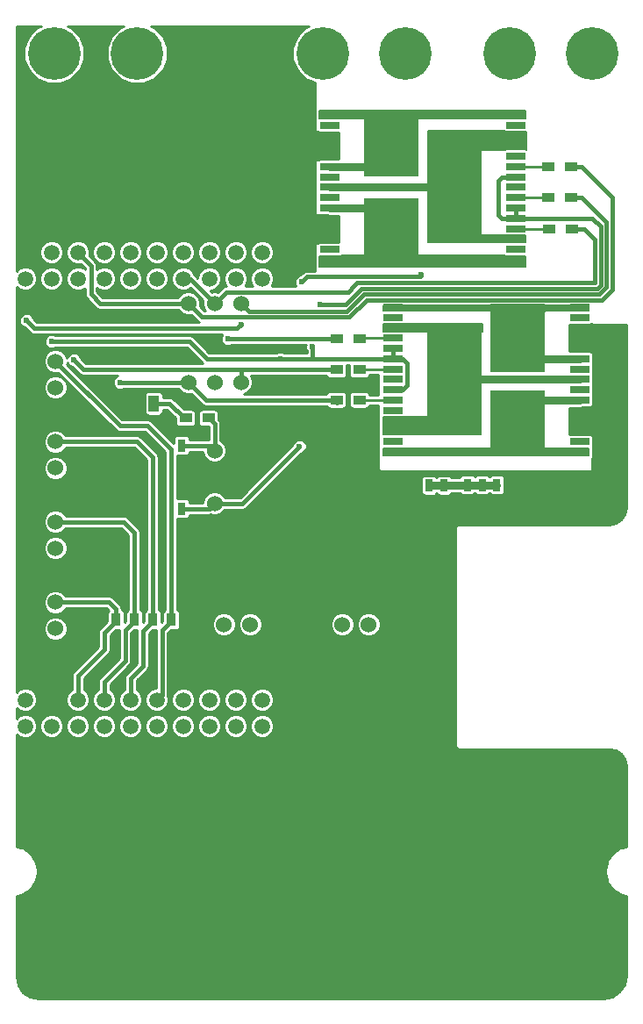
<source format=gbr>
G04 #@! TF.FileFunction,Copper,L1,Top,Signal*
%FSLAX46Y46*%
G04 Gerber Fmt 4.6, Leading zero omitted, Abs format (unit mm)*
G04 Created by KiCad (PCBNEW 4.0.7) date 03/25/18 20:28:47*
%MOMM*%
%LPD*%
G01*
G04 APERTURE LIST*
%ADD10C,0.100000*%
%ADD11C,0.600000*%
%ADD12C,1.520000*%
%ADD13C,1.524000*%
%ADD14R,0.750000X1.200000*%
%ADD15R,1.854200X0.635000*%
%ADD16R,5.257800X6.223000*%
%ADD17R,5.257800X10.312400*%
%ADD18C,5.080000*%
%ADD19R,1.200000X0.900000*%
%ADD20R,0.900000X1.200000*%
%ADD21R,1.000000X1.600000*%
%ADD22C,0.406400*%
%ADD23C,0.762000*%
%ADD24C,0.250000*%
%ADD25C,0.254000*%
%ADD26C,0.127000*%
G04 APERTURE END LIST*
D10*
D11*
X144576800Y-163017200D03*
X145846800Y-161848800D03*
X144576800Y-161848800D03*
X145846800Y-163017200D03*
D12*
X119278400Y-204774800D03*
X121818400Y-204774800D03*
X124358400Y-204774800D03*
X126898400Y-204774800D03*
X129438400Y-204774800D03*
X131978400Y-204774800D03*
X134518400Y-204774800D03*
X137058400Y-204774800D03*
X139598400Y-204774800D03*
X142138400Y-204774800D03*
X119278400Y-207314800D03*
X121818400Y-207314800D03*
X124358400Y-207314800D03*
X126898400Y-207314800D03*
X129438400Y-207314800D03*
X131978400Y-207314800D03*
X134518400Y-207314800D03*
X137058400Y-207314800D03*
X139598400Y-207314800D03*
X142138400Y-207314800D03*
X119278400Y-164134800D03*
X121818400Y-164134800D03*
X124358400Y-164134800D03*
X126898400Y-164134800D03*
X129438400Y-164134800D03*
X131978400Y-164134800D03*
X134518400Y-164134800D03*
X137058400Y-164134800D03*
X139598400Y-164134800D03*
X142138400Y-164134800D03*
X119278400Y-161594800D03*
X121818400Y-161594800D03*
X124358400Y-161594800D03*
X126898400Y-161594800D03*
X129438400Y-161594800D03*
X131978400Y-161594800D03*
X134518400Y-161594800D03*
X137058400Y-161594800D03*
X139598400Y-161594800D03*
X142138400Y-161594800D03*
D13*
X149860000Y-197485000D03*
X152400000Y-197485000D03*
X154940000Y-197485000D03*
X137541000Y-185801000D03*
X137541000Y-183261000D03*
X137541000Y-180721000D03*
X122174000Y-182372000D03*
X122174000Y-179832000D03*
D14*
X161950400Y-184012800D03*
X161950400Y-185912800D03*
D11*
X162560000Y-178816000D03*
X161290000Y-178816000D03*
X160020000Y-178816000D03*
X158750000Y-178816000D03*
X158750000Y-176530000D03*
D15*
X166636700Y-162295599D03*
X166636700Y-161295601D03*
X166636700Y-160295600D03*
X166636700Y-159295600D03*
X166636700Y-158295599D03*
X166636700Y-157295601D03*
X166636700Y-156295601D03*
X166636700Y-155295600D03*
X166636700Y-154295599D03*
X166636700Y-153295599D03*
X166636700Y-152295601D03*
X166636700Y-151295600D03*
X166636700Y-150295600D03*
X166636700Y-149295599D03*
X166636700Y-148295599D03*
X148628100Y-148295601D03*
X148628100Y-149295599D03*
X148628100Y-150295600D03*
X148628100Y-151295600D03*
X148628100Y-152295601D03*
X148628100Y-153295599D03*
X148628100Y-154295599D03*
X148628100Y-155295600D03*
X148628100Y-156295601D03*
X148628100Y-157295601D03*
X148628100Y-158295599D03*
X148628100Y-159295600D03*
X148628100Y-160295600D03*
X148628100Y-161295601D03*
X148628100Y-162295601D03*
D16*
X154584400Y-159461200D03*
D17*
X160680400Y-155295600D03*
D16*
X154584400Y-151130000D03*
D11*
X168910000Y-180340000D03*
X167640000Y-180340000D03*
X166370000Y-180340000D03*
X165100000Y-180340000D03*
X168910000Y-179070000D03*
X167640000Y-179070000D03*
X166370000Y-179070000D03*
X165100000Y-179070000D03*
X168910000Y-177800000D03*
X167640000Y-177800000D03*
X166370000Y-177800000D03*
X165100000Y-177800000D03*
X168910000Y-176530000D03*
X167640000Y-176530000D03*
X166370000Y-176530000D03*
X165100000Y-176530000D03*
X168910000Y-175260000D03*
X167640000Y-175260000D03*
X166370000Y-175260000D03*
X165100000Y-175260000D03*
X168910000Y-172720000D03*
X167640000Y-172720000D03*
X166370000Y-172720000D03*
X165100000Y-172720000D03*
X168910000Y-171450000D03*
X167640000Y-171450000D03*
X166370000Y-171450000D03*
X165100000Y-171450000D03*
X168910000Y-170180000D03*
X167640000Y-170180000D03*
X166370000Y-170180000D03*
X165100000Y-170180000D03*
X168910000Y-168910000D03*
X167640000Y-168910000D03*
X166370000Y-168910000D03*
X165100000Y-168910000D03*
X168910000Y-167640000D03*
X167640000Y-167640000D03*
X166370000Y-167640000D03*
X165100000Y-167640000D03*
X156210000Y-162560000D03*
X154940000Y-162560000D03*
X153670000Y-162560000D03*
X152400000Y-162560000D03*
X156210000Y-161290000D03*
X154940000Y-161290000D03*
X153670000Y-161290000D03*
X152400000Y-161290000D03*
X156210000Y-160020000D03*
X154940000Y-160020000D03*
X153670000Y-160020000D03*
X152400000Y-160020000D03*
X156210000Y-158750000D03*
X154940000Y-158750000D03*
X153670000Y-158750000D03*
X152400000Y-158750000D03*
X156210000Y-157480000D03*
X154940000Y-157480000D03*
X153670000Y-157480000D03*
X152400000Y-157480000D03*
X156210000Y-153670000D03*
X154940000Y-153670000D03*
X153670000Y-153670000D03*
X152400000Y-153670000D03*
X156210000Y-152400000D03*
X154940000Y-152400000D03*
X153670000Y-152400000D03*
X152400000Y-152400000D03*
X156210000Y-151130000D03*
X154940000Y-151130000D03*
X153670000Y-151130000D03*
X152400000Y-151130000D03*
X156210000Y-149860000D03*
X154940000Y-149860000D03*
X153670000Y-149860000D03*
X152400000Y-149860000D03*
X156210000Y-148590000D03*
X154940000Y-148590000D03*
X153670000Y-148590000D03*
X152400000Y-148590000D03*
X162560000Y-160020000D03*
X161290000Y-160020000D03*
X160020000Y-160020000D03*
X158750000Y-160020000D03*
X162560000Y-158750000D03*
X161290000Y-158750000D03*
X160020000Y-158750000D03*
X158750000Y-158750000D03*
X162560000Y-157480000D03*
X161290000Y-157480000D03*
X160020000Y-157480000D03*
X158750000Y-157480000D03*
X162560000Y-156210000D03*
X161290000Y-156210000D03*
X160020000Y-156210000D03*
X158750000Y-156210000D03*
X162560000Y-154940000D03*
X161290000Y-154940000D03*
X160020000Y-154940000D03*
X158750000Y-154940000D03*
X162560000Y-153670000D03*
X161290000Y-153670000D03*
X160020000Y-153670000D03*
X158750000Y-153670000D03*
X162560000Y-152400000D03*
X161290000Y-152400000D03*
X160020000Y-152400000D03*
X158750000Y-152400000D03*
X162560000Y-151130000D03*
X161290000Y-151130000D03*
X160020000Y-151130000D03*
X158750000Y-151130000D03*
X162560000Y-168910000D03*
X161290000Y-168910000D03*
X160020000Y-168910000D03*
X158750000Y-168910000D03*
X162560000Y-170180000D03*
X161290000Y-170180000D03*
X160020000Y-170180000D03*
X158750000Y-170180000D03*
X162560000Y-171450000D03*
X161290000Y-171450000D03*
X160020000Y-171450000D03*
X158750000Y-171450000D03*
X162560000Y-172720000D03*
X161290000Y-172720000D03*
X160020000Y-172720000D03*
X158750000Y-172720000D03*
X162560000Y-173990000D03*
X161290000Y-173990000D03*
X160020000Y-173990000D03*
X158750000Y-173990000D03*
X162560000Y-175260000D03*
X161290000Y-175260000D03*
X160020000Y-175260000D03*
X158750000Y-175260000D03*
X162560000Y-176530000D03*
X161290000Y-176530000D03*
X160020000Y-176530000D03*
X158750000Y-176530000D03*
X162560000Y-177800000D03*
X161290000Y-177800000D03*
X160020000Y-177800000D03*
D18*
X139980400Y-142367000D03*
X147979400Y-142367000D03*
X155980400Y-142367000D03*
X122071400Y-142367000D03*
X130072400Y-142367000D03*
X166013400Y-142367000D03*
X174014400Y-142367000D03*
D19*
X169799000Y-159321500D03*
X171999000Y-159321500D03*
X169758000Y-156273500D03*
X171958000Y-156273500D03*
X169758000Y-153289000D03*
X171958000Y-153289000D03*
X151518800Y-169875200D03*
X149318800Y-169875200D03*
X151518800Y-172872400D03*
X149318800Y-172872400D03*
X151518800Y-175818800D03*
X149318800Y-175818800D03*
D13*
X135001000Y-166497000D03*
X135001000Y-174117000D03*
X137541000Y-166497000D03*
X137541000Y-174117000D03*
X140081000Y-166497000D03*
X140081000Y-174117000D03*
D15*
X154774900Y-166837601D03*
X154774900Y-167837599D03*
X154774900Y-168837600D03*
X154774900Y-169837600D03*
X154774900Y-170837601D03*
X154774900Y-171837599D03*
X154774900Y-172837599D03*
X154774900Y-173837600D03*
X154774900Y-174837601D03*
X154774900Y-175837601D03*
X154774900Y-176837599D03*
X154774900Y-177837600D03*
X154774900Y-178837600D03*
X154774900Y-179837601D03*
X154774900Y-180837601D03*
X172783500Y-180837599D03*
X172783500Y-179837601D03*
X172783500Y-178837600D03*
X172783500Y-177837600D03*
X172783500Y-176837599D03*
X172783500Y-175837601D03*
X172783500Y-174837601D03*
X172783500Y-173837600D03*
X172783500Y-172837599D03*
X172783500Y-171837599D03*
X172783500Y-170837601D03*
X172783500Y-169837600D03*
X172783500Y-168837600D03*
X172783500Y-167837599D03*
X172783500Y-166837599D03*
D16*
X166827200Y-169672000D03*
D17*
X160731200Y-173837600D03*
D16*
X166827200Y-178003200D03*
D14*
X134366000Y-186304000D03*
X134366000Y-184404000D03*
X134366000Y-180218000D03*
X134366000Y-182118000D03*
D11*
X158750000Y-177800000D03*
D20*
X133350000Y-197020000D03*
X133350000Y-199220000D03*
X131572000Y-197020000D03*
X131572000Y-199220000D03*
X129794000Y-197020000D03*
X129794000Y-199220000D03*
X128016000Y-197020000D03*
X128016000Y-199220000D03*
D13*
X122174000Y-174625000D03*
X122174000Y-172085000D03*
X122174000Y-190119000D03*
X122174000Y-187579000D03*
X122174000Y-197866000D03*
X122174000Y-195326000D03*
D14*
X163372800Y-184012800D03*
X163372800Y-185912800D03*
X159664400Y-184063600D03*
X159664400Y-185963600D03*
X158242000Y-184063600D03*
X158242000Y-185963600D03*
X164795200Y-184012800D03*
X164795200Y-185912800D03*
D13*
X138430000Y-197485000D03*
X140970000Y-197485000D03*
X143510000Y-197485000D03*
D21*
X128675000Y-176149000D03*
X131675000Y-176149000D03*
D19*
X134747000Y-177546000D03*
X136947000Y-177546000D03*
D11*
X126492000Y-174371000D03*
X147701000Y-166605939D03*
X143891000Y-171837599D03*
X121793000Y-170180000D03*
X147015200Y-170688000D03*
X160782000Y-184023000D03*
X119380000Y-168148000D03*
X140081000Y-168529000D03*
X138811000Y-169926000D03*
X123952000Y-171958000D03*
X128397000Y-174117000D03*
X145745200Y-180289200D03*
X145948400Y-164439600D03*
X157480000Y-163703000D03*
D22*
X142214600Y-204851000D02*
X142138400Y-204774800D01*
X128675000Y-176149000D02*
X128270000Y-176149000D01*
X128270000Y-176149000D02*
X126492000Y-174371000D01*
X137541000Y-180721000D02*
X137541000Y-178140000D01*
X137541000Y-178140000D02*
X136947000Y-177546000D01*
X150330565Y-166459566D02*
X150184192Y-166605939D01*
X150184192Y-166605939D02*
X147701000Y-166605939D01*
X150928131Y-165862000D02*
X150330565Y-166459566D01*
X147015200Y-171837599D02*
X143891000Y-171837599D01*
X143891000Y-171837599D02*
X138817599Y-171837599D01*
X138811000Y-171831000D02*
X136779000Y-171831000D01*
X138817599Y-171837599D02*
X138811000Y-171831000D01*
X121793000Y-170180000D02*
X135128000Y-170180000D01*
X135128000Y-170180000D02*
X136779000Y-171831000D01*
X147015200Y-171837599D02*
X147015200Y-170688000D01*
X134366000Y-180218000D02*
X137038000Y-180218000D01*
X137038000Y-180218000D02*
X137541000Y-180721000D01*
X174471884Y-165049200D02*
X151740931Y-165049200D01*
X151740931Y-165049200D02*
X150928131Y-165862000D01*
X174802800Y-159105600D02*
X174802800Y-164718284D01*
X174802800Y-164718284D02*
X174471884Y-165049200D01*
X154774900Y-171837599D02*
X147015200Y-171837599D01*
X174802800Y-159105600D02*
X173990000Y-158292800D01*
X173990000Y-158292800D02*
X167972999Y-158292800D01*
X167972999Y-158292800D02*
X167970200Y-158295599D01*
X167970200Y-158295599D02*
X166636700Y-158295599D01*
X164947600Y-157988000D02*
X165255199Y-158295599D01*
X165255199Y-158295599D02*
X166636700Y-158295599D01*
X164947600Y-154651199D02*
X164947600Y-157988000D01*
X166636700Y-154295599D02*
X165303200Y-154295599D01*
X165303200Y-154295599D02*
X164947600Y-154651199D01*
X166636700Y-158295599D02*
X166636700Y-157295601D01*
X154774900Y-174837601D02*
X155655009Y-174837601D01*
X155655009Y-174837601D02*
X156108400Y-174384210D01*
X156108400Y-174384210D02*
X156108400Y-172290989D01*
X156108400Y-172290989D02*
X155655010Y-171837599D01*
X155655010Y-171837599D02*
X154774900Y-171837599D01*
X154774900Y-170837601D02*
X154774900Y-171837599D01*
D23*
X158242000Y-184063600D02*
X159664400Y-184063600D01*
X159664400Y-184063600D02*
X160741400Y-184063600D01*
X160741400Y-184063600D02*
X160782000Y-184023000D01*
X161950400Y-184012800D02*
X160792200Y-184012800D01*
X160792200Y-184012800D02*
X160782000Y-184023000D01*
X164795200Y-184012800D02*
X163372800Y-184012800D01*
X158242000Y-184063600D02*
X164744400Y-184063600D01*
X164744400Y-184063600D02*
X164795200Y-184012800D01*
X160787000Y-184028000D02*
X160782000Y-184023000D01*
X172783500Y-173837600D02*
X162712400Y-173837600D01*
X162712400Y-173837600D02*
X162560000Y-173990000D01*
X148628100Y-155295600D02*
X159664400Y-155295600D01*
X159664400Y-155295600D02*
X160020000Y-154940000D01*
D24*
X160680400Y-157988000D02*
X159816800Y-159766000D01*
D25*
X166636700Y-159295600D02*
X169773100Y-159295600D01*
X169773100Y-159295600D02*
X169799000Y-159321500D01*
D22*
X134518400Y-164134800D02*
X135178800Y-164134800D01*
X135178800Y-164134800D02*
X137541000Y-166497000D01*
X137541000Y-166497000D02*
X138656061Y-165381939D01*
X138656061Y-165381939D02*
X150467061Y-165381939D01*
X150467061Y-165381939D02*
X151079200Y-164769800D01*
X151079200Y-164769800D02*
X151079200Y-164744400D01*
X151079200Y-164744400D02*
X151335730Y-164487870D01*
X151335730Y-164487870D02*
X174246530Y-164487870D01*
X174246530Y-164487870D02*
X174246530Y-160378130D01*
X174246530Y-160378130D02*
X173189900Y-159321500D01*
X173189900Y-159321500D02*
X171999000Y-159321500D01*
D25*
X166636700Y-156295601D02*
X169735899Y-156295601D01*
X169735899Y-156295601D02*
X169758000Y-156273500D01*
D22*
X135890000Y-168910000D02*
X120142000Y-168910000D01*
X120142000Y-168910000D02*
X119380000Y-168148000D01*
X139700000Y-168910000D02*
X135890000Y-168910000D01*
X139781001Y-168828999D02*
X139700000Y-168910000D01*
X140081000Y-168529000D02*
X139781001Y-168828999D01*
X171958000Y-156273500D02*
X172964400Y-156273500D01*
X172964400Y-156273500D02*
X175359070Y-158668170D01*
X175359070Y-158668170D02*
X175359069Y-164948699D01*
X175359069Y-164948699D02*
X174699768Y-165608000D01*
X174699768Y-165608000D02*
X163322000Y-165608000D01*
X163322000Y-165608000D02*
X163319470Y-165605470D01*
X151971345Y-165605470D02*
X150317816Y-167258999D01*
X163319470Y-165605470D02*
X151971345Y-165605470D01*
X140842999Y-167258999D02*
X140081000Y-166497000D01*
X150317816Y-167258999D02*
X140842999Y-167258999D01*
D25*
X166636700Y-153295599D02*
X169751401Y-153295599D01*
X169751401Y-153295599D02*
X169758000Y-153289000D01*
D22*
X125603000Y-165608000D02*
X125603000Y-162839400D01*
X125603000Y-162839400D02*
X124358400Y-161594800D01*
X126492000Y-166497000D02*
X125603000Y-165608000D01*
X135001000Y-166497000D02*
X126492000Y-166497000D01*
X150548230Y-167815269D02*
X136319269Y-167815269D01*
X136319269Y-167815269D02*
X135001000Y-166497000D01*
X174930182Y-166164270D02*
X152199229Y-166164270D01*
X152199229Y-166164270D02*
X150548230Y-167815269D01*
X175915339Y-156239939D02*
X175915338Y-165179114D01*
X175915338Y-165179114D02*
X174930182Y-166164270D01*
X171958000Y-153289000D02*
X172964400Y-153289000D01*
X172964400Y-153289000D02*
X175915339Y-156239939D01*
D25*
X154774900Y-169837600D02*
X151556400Y-169837600D01*
X151556400Y-169837600D02*
X151518800Y-169875200D01*
D22*
X149318800Y-169875200D02*
X138861800Y-169875200D01*
X138861800Y-169875200D02*
X138811000Y-169926000D01*
D25*
X154774900Y-172837599D02*
X151553601Y-172837599D01*
X151553601Y-172837599D02*
X151518800Y-172872400D01*
D22*
X141325600Y-172872400D02*
X140081000Y-172872400D01*
X140081000Y-172872400D02*
X124866400Y-172872400D01*
X140081000Y-174117000D02*
X140081000Y-172872400D01*
X124866400Y-172872400D02*
X123952000Y-171958000D01*
X141325600Y-172872400D02*
X149318800Y-172872400D01*
D25*
X154774900Y-175837601D02*
X151537601Y-175837601D01*
X151537601Y-175837601D02*
X151518800Y-175818800D01*
D22*
X128397000Y-174117000D02*
X129286000Y-174117000D01*
X129286000Y-174117000D02*
X135001000Y-174117000D01*
X149318800Y-175818800D02*
X136702800Y-175818800D01*
X136702800Y-175818800D02*
X135001000Y-174117000D01*
X149268000Y-175869600D02*
X149318800Y-175818800D01*
X149318800Y-175818800D02*
X149318800Y-176106000D01*
D23*
X148628100Y-157295601D02*
X152215601Y-157295601D01*
X152215601Y-157295601D02*
X152400000Y-157480000D01*
X148628100Y-153295599D02*
X152774401Y-153295599D01*
X152774401Y-153295599D02*
X153670000Y-152400000D01*
D25*
X172783500Y-166837599D02*
X169661601Y-166837599D01*
X169661601Y-166837599D02*
X166827200Y-169672000D01*
D23*
X172783500Y-171837599D02*
X168992799Y-171837599D01*
X168992799Y-171837599D02*
X166827200Y-169672000D01*
D22*
X172783500Y-180837599D02*
X169407599Y-180837599D01*
X169407599Y-180837599D02*
X168910000Y-180340000D01*
D23*
X172783500Y-175837601D02*
X168332399Y-175837601D01*
X168332399Y-175837601D02*
X167640000Y-176530000D01*
D22*
X140081000Y-185801000D02*
X139750800Y-185801000D01*
X140233400Y-185801000D02*
X139750800Y-185801000D01*
X139750800Y-185801000D02*
X139344400Y-185801000D01*
X145745200Y-180289200D02*
X140233400Y-185801000D01*
X146710400Y-163931600D02*
X146456400Y-163931600D01*
X146456400Y-163931600D02*
X145948400Y-164439600D01*
X140106399Y-185801000D02*
X139344400Y-185801000D01*
X139344400Y-185801000D02*
X137541000Y-185801000D01*
X157378400Y-163931600D02*
X146710400Y-163931600D01*
X157480000Y-163703000D02*
X157480000Y-163830000D01*
X157480000Y-163830000D02*
X157378400Y-163931600D01*
X134366000Y-186304000D02*
X137038000Y-186304000D01*
X137038000Y-186304000D02*
X137541000Y-185801000D01*
X132461000Y-198059000D02*
X132461000Y-204292200D01*
X133350000Y-197020000D02*
X133350000Y-197170000D01*
X133350000Y-197170000D02*
X132461000Y-198059000D01*
X132461000Y-204292200D02*
X131978400Y-204774800D01*
X133350000Y-197020000D02*
X133350000Y-180594000D01*
X133350000Y-180594000D02*
X131064000Y-178308000D01*
X128397000Y-178308000D02*
X122174000Y-172085000D01*
X131064000Y-178308000D02*
X128397000Y-178308000D01*
X129438400Y-204774800D02*
X129438400Y-202641200D01*
X129438400Y-202641200D02*
X130606800Y-201472800D01*
X130606800Y-201472800D02*
X130606800Y-198135200D01*
X130606800Y-198135200D02*
X131572000Y-197170000D01*
X131572000Y-197170000D02*
X131572000Y-197020000D01*
X131572000Y-197020000D02*
X131572000Y-181356000D01*
X131572000Y-181356000D02*
X130048000Y-179832000D01*
X130048000Y-179832000D02*
X122174000Y-179832000D01*
X126898400Y-204774800D02*
X126898400Y-202996800D01*
X126898400Y-202996800D02*
X128905000Y-200990200D01*
X128905000Y-200990200D02*
X128905000Y-198059000D01*
X128905000Y-198059000D02*
X129794000Y-197170000D01*
X129794000Y-197170000D02*
X129794000Y-197020000D01*
X129794000Y-197020000D02*
X129794000Y-188595000D01*
X129794000Y-188595000D02*
X128778000Y-187579000D01*
X128778000Y-187579000D02*
X122174000Y-187579000D01*
X124358400Y-204774800D02*
X124358400Y-202438000D01*
X124358400Y-202438000D02*
X126898400Y-199898000D01*
X126898400Y-199898000D02*
X126898400Y-198287600D01*
X126898400Y-198287600D02*
X128016000Y-197170000D01*
X128016000Y-197170000D02*
X128016000Y-197020000D01*
X128016000Y-197020000D02*
X128016000Y-196013600D01*
X128016000Y-196013600D02*
X127328400Y-195326000D01*
X127328400Y-195326000D02*
X123251630Y-195326000D01*
X123251630Y-195326000D02*
X122174000Y-195326000D01*
X134747000Y-177546000D02*
X134597000Y-177546000D01*
X134597000Y-177546000D02*
X133200000Y-176149000D01*
X133200000Y-176149000D02*
X131675000Y-176149000D01*
D26*
G36*
X165583655Y-149911314D02*
X165709600Y-149936819D01*
X167563800Y-149936819D01*
X167640000Y-149922481D01*
X167640000Y-151669812D01*
X167563800Y-151654381D01*
X165709600Y-151654381D01*
X165591942Y-151676520D01*
X165553122Y-151701500D01*
X158115000Y-151701500D01*
X158115000Y-149860000D01*
X165508553Y-149860000D01*
X165583655Y-149911314D01*
X165583655Y-149911314D01*
G37*
X165583655Y-149911314D02*
X165709600Y-149936819D01*
X167563800Y-149936819D01*
X167640000Y-149922481D01*
X167640000Y-151669812D01*
X167563800Y-151654381D01*
X165709600Y-151654381D01*
X165591942Y-151676520D01*
X165553122Y-151701500D01*
X158115000Y-151701500D01*
X158115000Y-149860000D01*
X165508553Y-149860000D01*
X165583655Y-149911314D01*
G36*
X165583655Y-161911316D02*
X165709600Y-161936821D01*
X167563800Y-161936821D01*
X167576500Y-161934431D01*
X167576500Y-163004500D01*
X147637500Y-163004500D01*
X147637500Y-161923962D01*
X147701000Y-161936821D01*
X149555200Y-161936821D01*
X149672858Y-161914682D01*
X149755506Y-161861500D01*
X165510746Y-161861500D01*
X165583655Y-161911316D01*
X165583655Y-161911316D01*
G37*
X165583655Y-161911316D02*
X165709600Y-161936821D01*
X167563800Y-161936821D01*
X167576500Y-161934431D01*
X167576500Y-163004500D01*
X147637500Y-163004500D01*
X147637500Y-161923962D01*
X147701000Y-161936821D01*
X149555200Y-161936821D01*
X149672858Y-161914682D01*
X149755506Y-161861500D01*
X165510746Y-161861500D01*
X165583655Y-161911316D01*
G36*
X167576500Y-148653500D02*
X147637500Y-148653500D01*
X147637500Y-147891500D01*
X167576500Y-147891500D01*
X167576500Y-148653500D01*
X167576500Y-148653500D01*
G37*
X167576500Y-148653500D02*
X147637500Y-148653500D01*
X147637500Y-147891500D01*
X167576500Y-147891500D01*
X167576500Y-148653500D01*
G36*
X167576500Y-160591500D02*
X158178500Y-160591500D01*
X158178500Y-159956500D01*
X167576500Y-159956500D01*
X167576500Y-160591500D01*
X167576500Y-160591500D01*
G37*
X167576500Y-160591500D02*
X158178500Y-160591500D01*
X158178500Y-159956500D01*
X167576500Y-159956500D01*
X167576500Y-160591500D01*
G36*
X173672500Y-167195500D02*
X153860500Y-167195500D01*
X153860500Y-166684970D01*
X173672500Y-166684970D01*
X173672500Y-167195500D01*
X173672500Y-167195500D01*
G37*
X173672500Y-167195500D02*
X153860500Y-167195500D01*
X153860500Y-166684970D01*
X173672500Y-166684970D01*
X173672500Y-167195500D01*
G36*
X173672500Y-181165500D02*
X153860500Y-181165500D01*
X153860500Y-180530500D01*
X173672500Y-180530500D01*
X173672500Y-181165500D01*
X173672500Y-181165500D01*
G37*
X173672500Y-181165500D02*
X153860500Y-181165500D01*
X153860500Y-180530500D01*
X173672500Y-180530500D01*
X173672500Y-181165500D01*
G36*
X163385500Y-169227500D02*
X155836163Y-169227500D01*
X155827945Y-169221885D01*
X155702000Y-169196380D01*
X153860500Y-169196380D01*
X153860500Y-168478819D01*
X155702000Y-168478819D01*
X155772784Y-168465500D01*
X163385500Y-168465500D01*
X163385500Y-169227500D01*
X163385500Y-169227500D01*
G37*
X163385500Y-169227500D02*
X155836163Y-169227500D01*
X155827945Y-169221885D01*
X155702000Y-169196380D01*
X153860500Y-169196380D01*
X153860500Y-168478819D01*
X155702000Y-168478819D01*
X155772784Y-168465500D01*
X163385500Y-168465500D01*
X163385500Y-169227500D01*
G36*
X163258500Y-179133500D02*
X153860500Y-179133500D01*
X153860500Y-177482500D01*
X163258500Y-177482500D01*
X163258500Y-179133500D01*
X163258500Y-179133500D01*
G37*
X163258500Y-179133500D02*
X153860500Y-179133500D01*
X153860500Y-177482500D01*
X163258500Y-177482500D01*
X163258500Y-179133500D01*
G36*
X169354500Y-173037500D02*
X164274500Y-173037500D01*
X164274500Y-172656500D01*
X169354500Y-172656500D01*
X169354500Y-173037500D01*
X169354500Y-173037500D01*
G37*
X169354500Y-173037500D02*
X164274500Y-173037500D01*
X164274500Y-172656500D01*
X169354500Y-172656500D01*
X169354500Y-173037500D01*
D25*
G36*
X120803968Y-139730166D02*
X120418948Y-139889253D01*
X119596540Y-140710226D01*
X119150908Y-141783428D01*
X119149894Y-142945474D01*
X119593653Y-144019452D01*
X120414626Y-144841860D01*
X121487828Y-145287492D01*
X122649874Y-145288506D01*
X123723852Y-144844747D01*
X124546260Y-144023774D01*
X124991892Y-142950572D01*
X124992906Y-141788526D01*
X124549147Y-140714548D01*
X123728174Y-139892140D01*
X123348736Y-139734584D01*
X128771491Y-139743998D01*
X128419948Y-139889253D01*
X127597540Y-140710226D01*
X127151908Y-141783428D01*
X127150894Y-142945474D01*
X127594653Y-144019452D01*
X128415626Y-144841860D01*
X129488828Y-145287492D01*
X130650874Y-145288506D01*
X131724852Y-144844747D01*
X132547260Y-144023774D01*
X132992892Y-142950572D01*
X132993906Y-141788526D01*
X132550147Y-140714548D01*
X131729174Y-139892140D01*
X131383329Y-139748533D01*
X146603566Y-139774957D01*
X146326948Y-139889253D01*
X145504540Y-140710226D01*
X145058908Y-141783428D01*
X145057894Y-142945474D01*
X145501653Y-144019452D01*
X146322626Y-144841860D01*
X147193000Y-145203271D01*
X147193000Y-149809200D01*
X147203006Y-149858610D01*
X147231447Y-149900235D01*
X147273841Y-149927515D01*
X147320000Y-149936200D01*
X147498996Y-149936200D01*
X147549866Y-149970958D01*
X147701000Y-150001563D01*
X149529800Y-150001563D01*
X149529800Y-152533599D01*
X148628100Y-152533599D01*
X148346389Y-152589635D01*
X147701000Y-152589635D01*
X147559810Y-152616202D01*
X147540543Y-152628600D01*
X147320000Y-152628600D01*
X147270590Y-152638606D01*
X147228965Y-152667047D01*
X147201685Y-152709441D01*
X147193000Y-152755600D01*
X147193000Y-157835600D01*
X147203006Y-157885010D01*
X147231447Y-157926635D01*
X147273841Y-157953915D01*
X147320000Y-157962600D01*
X147537631Y-157962600D01*
X147549866Y-157970960D01*
X147701000Y-158001565D01*
X148346389Y-158001565D01*
X148628100Y-158057601D01*
X149551087Y-158057601D01*
X149551087Y-160589637D01*
X147701000Y-160589637D01*
X147559810Y-160616204D01*
X147499519Y-160655000D01*
X147320000Y-160655000D01*
X147270590Y-160665006D01*
X147228965Y-160693447D01*
X147201685Y-160735841D01*
X147193000Y-160782000D01*
X147193000Y-163347400D01*
X146456400Y-163347400D01*
X146232836Y-163391870D01*
X146043308Y-163518508D01*
X146043306Y-163518511D01*
X145796152Y-163765664D01*
X145563148Y-163861939D01*
X145371413Y-164053341D01*
X145267518Y-164303546D01*
X145267282Y-164574465D01*
X145359536Y-164797739D01*
X143089331Y-164797739D01*
X143105129Y-164781969D01*
X143279202Y-164362755D01*
X143279598Y-163908837D01*
X143106257Y-163489320D01*
X142785569Y-163168071D01*
X142366355Y-162993998D01*
X141912437Y-162993602D01*
X141492920Y-163166943D01*
X141171671Y-163487631D01*
X140997598Y-163906845D01*
X140997202Y-164360763D01*
X141170543Y-164780280D01*
X141187972Y-164797739D01*
X140549331Y-164797739D01*
X140565129Y-164781969D01*
X140739202Y-164362755D01*
X140739598Y-163908837D01*
X140566257Y-163489320D01*
X140245569Y-163168071D01*
X139826355Y-162993998D01*
X139372437Y-162993602D01*
X138952920Y-163166943D01*
X138631671Y-163487631D01*
X138457598Y-163906845D01*
X138457202Y-164360763D01*
X138630543Y-164780280D01*
X138649312Y-164799082D01*
X138432497Y-164842209D01*
X138344567Y-164900962D01*
X138242969Y-164968847D01*
X137831720Y-165380096D01*
X137769354Y-165354199D01*
X137314641Y-165353802D01*
X137250492Y-165380308D01*
X137146061Y-165275877D01*
X137284363Y-165275998D01*
X137703880Y-165102657D01*
X138025129Y-164781969D01*
X138199202Y-164362755D01*
X138199598Y-163908837D01*
X138026257Y-163489320D01*
X137705569Y-163168071D01*
X137286355Y-162993998D01*
X136832437Y-162993602D01*
X136412920Y-163166943D01*
X136091671Y-163487631D01*
X135917598Y-163906845D01*
X135917475Y-164047291D01*
X135591892Y-163721708D01*
X135578611Y-163712834D01*
X135486257Y-163489320D01*
X135165569Y-163168071D01*
X134746355Y-162993998D01*
X134292437Y-162993602D01*
X133872920Y-163166943D01*
X133551671Y-163487631D01*
X133377598Y-163906845D01*
X133377202Y-164360763D01*
X133550543Y-164780280D01*
X133871231Y-165101529D01*
X134290445Y-165275602D01*
X134744363Y-165275998D01*
X135163880Y-165102657D01*
X135242245Y-165024429D01*
X136424096Y-166206280D01*
X136398199Y-166268646D01*
X136397802Y-166723359D01*
X136571446Y-167143612D01*
X136658751Y-167231069D01*
X136561253Y-167231069D01*
X136117904Y-166787720D01*
X136143801Y-166725354D01*
X136144198Y-166270641D01*
X135970554Y-165850388D01*
X135649303Y-165528577D01*
X135229354Y-165354199D01*
X134774641Y-165353802D01*
X134354388Y-165527446D01*
X134032577Y-165848697D01*
X134005959Y-165912800D01*
X126733984Y-165912800D01*
X126187200Y-165366016D01*
X126187200Y-165037386D01*
X126251231Y-165101529D01*
X126670445Y-165275602D01*
X127124363Y-165275998D01*
X127543880Y-165102657D01*
X127865129Y-164781969D01*
X128039202Y-164362755D01*
X128039203Y-164360763D01*
X128297202Y-164360763D01*
X128470543Y-164780280D01*
X128791231Y-165101529D01*
X129210445Y-165275602D01*
X129664363Y-165275998D01*
X130083880Y-165102657D01*
X130405129Y-164781969D01*
X130579202Y-164362755D01*
X130579203Y-164360763D01*
X130837202Y-164360763D01*
X131010543Y-164780280D01*
X131331231Y-165101529D01*
X131750445Y-165275602D01*
X132204363Y-165275998D01*
X132623880Y-165102657D01*
X132945129Y-164781969D01*
X133119202Y-164362755D01*
X133119598Y-163908837D01*
X132946257Y-163489320D01*
X132625569Y-163168071D01*
X132206355Y-162993998D01*
X131752437Y-162993602D01*
X131332920Y-163166943D01*
X131011671Y-163487631D01*
X130837598Y-163906845D01*
X130837202Y-164360763D01*
X130579203Y-164360763D01*
X130579598Y-163908837D01*
X130406257Y-163489320D01*
X130085569Y-163168071D01*
X129666355Y-162993998D01*
X129212437Y-162993602D01*
X128792920Y-163166943D01*
X128471671Y-163487631D01*
X128297598Y-163906845D01*
X128297202Y-164360763D01*
X128039203Y-164360763D01*
X128039598Y-163908837D01*
X127866257Y-163489320D01*
X127545569Y-163168071D01*
X127126355Y-162993998D01*
X126672437Y-162993602D01*
X126252920Y-163166943D01*
X126187200Y-163232548D01*
X126187200Y-162839400D01*
X126142730Y-162615836D01*
X126016092Y-162426308D01*
X125473775Y-161883991D01*
X125499202Y-161822755D01*
X125499203Y-161820763D01*
X125757202Y-161820763D01*
X125930543Y-162240280D01*
X126251231Y-162561529D01*
X126670445Y-162735602D01*
X127124363Y-162735998D01*
X127543880Y-162562657D01*
X127865129Y-162241969D01*
X128039202Y-161822755D01*
X128039203Y-161820763D01*
X128297202Y-161820763D01*
X128470543Y-162240280D01*
X128791231Y-162561529D01*
X129210445Y-162735602D01*
X129664363Y-162735998D01*
X130083880Y-162562657D01*
X130405129Y-162241969D01*
X130579202Y-161822755D01*
X130579203Y-161820763D01*
X130837202Y-161820763D01*
X131010543Y-162240280D01*
X131331231Y-162561529D01*
X131750445Y-162735602D01*
X132204363Y-162735998D01*
X132623880Y-162562657D01*
X132945129Y-162241969D01*
X133119202Y-161822755D01*
X133119203Y-161820763D01*
X133377202Y-161820763D01*
X133550543Y-162240280D01*
X133871231Y-162561529D01*
X134290445Y-162735602D01*
X134744363Y-162735998D01*
X135163880Y-162562657D01*
X135485129Y-162241969D01*
X135659202Y-161822755D01*
X135659203Y-161820763D01*
X135917202Y-161820763D01*
X136090543Y-162240280D01*
X136411231Y-162561529D01*
X136830445Y-162735602D01*
X137284363Y-162735998D01*
X137703880Y-162562657D01*
X138025129Y-162241969D01*
X138199202Y-161822755D01*
X138199203Y-161820763D01*
X138457202Y-161820763D01*
X138630543Y-162240280D01*
X138951231Y-162561529D01*
X139370445Y-162735602D01*
X139824363Y-162735998D01*
X140243880Y-162562657D01*
X140565129Y-162241969D01*
X140739202Y-161822755D01*
X140739203Y-161820763D01*
X140997202Y-161820763D01*
X141170543Y-162240280D01*
X141491231Y-162561529D01*
X141910445Y-162735602D01*
X142364363Y-162735998D01*
X142783880Y-162562657D01*
X143105129Y-162241969D01*
X143279202Y-161822755D01*
X143279598Y-161368837D01*
X143106257Y-160949320D01*
X142785569Y-160628071D01*
X142366355Y-160453998D01*
X141912437Y-160453602D01*
X141492920Y-160626943D01*
X141171671Y-160947631D01*
X140997598Y-161366845D01*
X140997202Y-161820763D01*
X140739203Y-161820763D01*
X140739598Y-161368837D01*
X140566257Y-160949320D01*
X140245569Y-160628071D01*
X139826355Y-160453998D01*
X139372437Y-160453602D01*
X138952920Y-160626943D01*
X138631671Y-160947631D01*
X138457598Y-161366845D01*
X138457202Y-161820763D01*
X138199203Y-161820763D01*
X138199598Y-161368837D01*
X138026257Y-160949320D01*
X137705569Y-160628071D01*
X137286355Y-160453998D01*
X136832437Y-160453602D01*
X136412920Y-160626943D01*
X136091671Y-160947631D01*
X135917598Y-161366845D01*
X135917202Y-161820763D01*
X135659203Y-161820763D01*
X135659598Y-161368837D01*
X135486257Y-160949320D01*
X135165569Y-160628071D01*
X134746355Y-160453998D01*
X134292437Y-160453602D01*
X133872920Y-160626943D01*
X133551671Y-160947631D01*
X133377598Y-161366845D01*
X133377202Y-161820763D01*
X133119203Y-161820763D01*
X133119598Y-161368837D01*
X132946257Y-160949320D01*
X132625569Y-160628071D01*
X132206355Y-160453998D01*
X131752437Y-160453602D01*
X131332920Y-160626943D01*
X131011671Y-160947631D01*
X130837598Y-161366845D01*
X130837202Y-161820763D01*
X130579203Y-161820763D01*
X130579598Y-161368837D01*
X130406257Y-160949320D01*
X130085569Y-160628071D01*
X129666355Y-160453998D01*
X129212437Y-160453602D01*
X128792920Y-160626943D01*
X128471671Y-160947631D01*
X128297598Y-161366845D01*
X128297202Y-161820763D01*
X128039203Y-161820763D01*
X128039598Y-161368837D01*
X127866257Y-160949320D01*
X127545569Y-160628071D01*
X127126355Y-160453998D01*
X126672437Y-160453602D01*
X126252920Y-160626943D01*
X125931671Y-160947631D01*
X125757598Y-161366845D01*
X125757202Y-161820763D01*
X125499203Y-161820763D01*
X125499598Y-161368837D01*
X125326257Y-160949320D01*
X125005569Y-160628071D01*
X124586355Y-160453998D01*
X124132437Y-160453602D01*
X123712920Y-160626943D01*
X123391671Y-160947631D01*
X123217598Y-161366845D01*
X123217202Y-161820763D01*
X123390543Y-162240280D01*
X123711231Y-162561529D01*
X124130445Y-162735602D01*
X124584363Y-162735998D01*
X124647377Y-162709961D01*
X125018800Y-163081384D01*
X125018800Y-163181325D01*
X125005569Y-163168071D01*
X124586355Y-162993998D01*
X124132437Y-162993602D01*
X123712920Y-163166943D01*
X123391671Y-163487631D01*
X123217598Y-163906845D01*
X123217202Y-164360763D01*
X123390543Y-164780280D01*
X123711231Y-165101529D01*
X124130445Y-165275602D01*
X124584363Y-165275998D01*
X125003880Y-165102657D01*
X125018800Y-165087763D01*
X125018800Y-165608000D01*
X125063270Y-165831564D01*
X125074718Y-165848697D01*
X125189908Y-166021092D01*
X126078908Y-166910092D01*
X126268436Y-167036730D01*
X126492000Y-167081200D01*
X134005658Y-167081200D01*
X134031446Y-167143612D01*
X134352697Y-167465423D01*
X134772646Y-167639801D01*
X135227359Y-167640198D01*
X135291508Y-167613692D01*
X135906177Y-168228361D01*
X136052005Y-168325800D01*
X120383984Y-168325800D01*
X120053935Y-167995751D01*
X119957661Y-167762748D01*
X119766259Y-167571013D01*
X119516054Y-167467118D01*
X119245135Y-167466882D01*
X118994748Y-167570339D01*
X118803013Y-167761741D01*
X118699118Y-168011946D01*
X118698882Y-168282865D01*
X118802339Y-168533252D01*
X118993741Y-168724987D01*
X119228131Y-168822315D01*
X119728908Y-169323092D01*
X119918437Y-169449731D01*
X120142000Y-169494200D01*
X138279633Y-169494200D01*
X138234013Y-169539741D01*
X138130118Y-169789946D01*
X138129882Y-170060865D01*
X138233339Y-170311252D01*
X138424741Y-170502987D01*
X138674946Y-170606882D01*
X138945865Y-170607118D01*
X139196252Y-170503661D01*
X139240590Y-170459400D01*
X146372747Y-170459400D01*
X146334318Y-170551946D01*
X146334082Y-170822865D01*
X146431000Y-171057426D01*
X146431000Y-171253399D01*
X144259888Y-171253399D01*
X144027054Y-171156717D01*
X143756135Y-171156481D01*
X143521574Y-171253399D01*
X138844175Y-171253399D01*
X138811000Y-171246800D01*
X137020983Y-171246800D01*
X135541092Y-169766908D01*
X135351564Y-169640270D01*
X135128000Y-169595800D01*
X122161888Y-169595800D01*
X121929054Y-169499118D01*
X121658135Y-169498882D01*
X121407748Y-169602339D01*
X121216013Y-169793741D01*
X121112118Y-170043946D01*
X121111882Y-170314865D01*
X121215339Y-170565252D01*
X121406741Y-170756987D01*
X121656946Y-170860882D01*
X121927865Y-170861118D01*
X122162426Y-170764200D01*
X134886016Y-170764200D01*
X136365906Y-172244089D01*
X136365908Y-172244092D01*
X136431921Y-172288200D01*
X125108384Y-172288200D01*
X124625935Y-171805751D01*
X124529661Y-171572748D01*
X124338259Y-171381013D01*
X124088054Y-171277118D01*
X123817135Y-171276882D01*
X123566748Y-171380339D01*
X123375013Y-171571741D01*
X123286615Y-171784625D01*
X123143554Y-171438388D01*
X122822303Y-171116577D01*
X122402354Y-170942199D01*
X121947641Y-170941802D01*
X121527388Y-171115446D01*
X121205577Y-171436697D01*
X121031199Y-171856646D01*
X121030802Y-172311359D01*
X121204446Y-172731612D01*
X121525697Y-173053423D01*
X121945646Y-173227801D01*
X122400359Y-173228198D01*
X122464508Y-173201692D01*
X127983908Y-178721092D01*
X128173436Y-178847730D01*
X128397000Y-178892200D01*
X130822016Y-178892200D01*
X132765800Y-180835984D01*
X132765800Y-196056788D01*
X132758810Y-196058103D01*
X132629135Y-196141546D01*
X132542141Y-196268866D01*
X132511536Y-196420000D01*
X132511536Y-197182280D01*
X132410464Y-197283352D01*
X132410464Y-196420000D01*
X132383897Y-196278810D01*
X132300454Y-196149135D01*
X132173134Y-196062141D01*
X132156200Y-196058712D01*
X132156200Y-181356000D01*
X132111730Y-181132436D01*
X131985092Y-180942908D01*
X131985089Y-180942906D01*
X130461092Y-179418908D01*
X130401232Y-179378911D01*
X130271564Y-179292270D01*
X130048000Y-179247800D01*
X123169342Y-179247800D01*
X123143554Y-179185388D01*
X122822303Y-178863577D01*
X122402354Y-178689199D01*
X121947641Y-178688802D01*
X121527388Y-178862446D01*
X121205577Y-179183697D01*
X121031199Y-179603646D01*
X121030802Y-180058359D01*
X121204446Y-180478612D01*
X121525697Y-180800423D01*
X121945646Y-180974801D01*
X122400359Y-180975198D01*
X122820612Y-180801554D01*
X123142423Y-180480303D01*
X123169041Y-180416200D01*
X129806016Y-180416200D01*
X130987800Y-181597983D01*
X130987800Y-196056788D01*
X130980810Y-196058103D01*
X130851135Y-196141546D01*
X130764141Y-196268866D01*
X130733536Y-196420000D01*
X130733536Y-197182280D01*
X130632464Y-197283352D01*
X130632464Y-196420000D01*
X130605897Y-196278810D01*
X130522454Y-196149135D01*
X130395134Y-196062141D01*
X130378200Y-196058712D01*
X130378200Y-188595000D01*
X130333730Y-188371436D01*
X130207092Y-188181908D01*
X129191092Y-187165908D01*
X129001564Y-187039270D01*
X128778000Y-186994800D01*
X123169342Y-186994800D01*
X123143554Y-186932388D01*
X122822303Y-186610577D01*
X122402354Y-186436199D01*
X121947641Y-186435802D01*
X121527388Y-186609446D01*
X121205577Y-186930697D01*
X121031199Y-187350646D01*
X121030802Y-187805359D01*
X121204446Y-188225612D01*
X121525697Y-188547423D01*
X121945646Y-188721801D01*
X122400359Y-188722198D01*
X122820612Y-188548554D01*
X123142423Y-188227303D01*
X123169041Y-188163200D01*
X128536016Y-188163200D01*
X129209800Y-188836984D01*
X129209800Y-196056788D01*
X129202810Y-196058103D01*
X129073135Y-196141546D01*
X128986141Y-196268866D01*
X128955536Y-196420000D01*
X128955536Y-197182280D01*
X128854464Y-197283352D01*
X128854464Y-196420000D01*
X128827897Y-196278810D01*
X128744454Y-196149135D01*
X128617134Y-196062141D01*
X128600200Y-196058712D01*
X128600200Y-196013600D01*
X128555730Y-195790036D01*
X128429092Y-195600508D01*
X127741492Y-194912908D01*
X127551964Y-194786270D01*
X127328400Y-194741800D01*
X123169342Y-194741800D01*
X123143554Y-194679388D01*
X122822303Y-194357577D01*
X122402354Y-194183199D01*
X121947641Y-194182802D01*
X121527388Y-194356446D01*
X121205577Y-194677697D01*
X121031199Y-195097646D01*
X121030802Y-195552359D01*
X121204446Y-195972612D01*
X121525697Y-196294423D01*
X121945646Y-196468801D01*
X122400359Y-196469198D01*
X122820612Y-196295554D01*
X123142423Y-195974303D01*
X123169041Y-195910200D01*
X127086416Y-195910200D01*
X127308903Y-196132687D01*
X127295135Y-196141546D01*
X127208141Y-196268866D01*
X127177536Y-196420000D01*
X127177536Y-197182280D01*
X126485308Y-197874508D01*
X126358670Y-198064036D01*
X126314200Y-198287600D01*
X126314200Y-199656017D01*
X123945308Y-202024908D01*
X123818670Y-202214436D01*
X123774200Y-202438000D01*
X123774200Y-203781623D01*
X123712920Y-203806943D01*
X123391671Y-204127631D01*
X123217598Y-204546845D01*
X123217202Y-205000763D01*
X123390543Y-205420280D01*
X123711231Y-205741529D01*
X124130445Y-205915602D01*
X124584363Y-205915998D01*
X125003880Y-205742657D01*
X125325129Y-205421969D01*
X125499202Y-205002755D01*
X125499598Y-204548837D01*
X125326257Y-204129320D01*
X125005569Y-203808071D01*
X124942600Y-203781924D01*
X124942600Y-202679984D01*
X127311489Y-200311094D01*
X127311492Y-200311092D01*
X127438130Y-200121564D01*
X127482600Y-199898000D01*
X127482600Y-198529584D01*
X128003720Y-198008464D01*
X128330852Y-198008464D01*
X128320800Y-198059000D01*
X128320800Y-200748216D01*
X126485308Y-202583708D01*
X126358670Y-202773236D01*
X126314200Y-202996800D01*
X126314200Y-203781623D01*
X126252920Y-203806943D01*
X125931671Y-204127631D01*
X125757598Y-204546845D01*
X125757202Y-205000763D01*
X125930543Y-205420280D01*
X126251231Y-205741529D01*
X126670445Y-205915602D01*
X127124363Y-205915998D01*
X127543880Y-205742657D01*
X127865129Y-205421969D01*
X128039202Y-205002755D01*
X128039598Y-204548837D01*
X127866257Y-204129320D01*
X127545569Y-203808071D01*
X127482600Y-203781924D01*
X127482600Y-203238784D01*
X129318092Y-201403292D01*
X129444730Y-201213764D01*
X129489200Y-200990200D01*
X129489200Y-198300984D01*
X129781720Y-198008464D01*
X130047810Y-198008464D01*
X130022600Y-198135200D01*
X130022600Y-201230816D01*
X129025308Y-202228108D01*
X128898670Y-202417636D01*
X128854200Y-202641200D01*
X128854200Y-203781623D01*
X128792920Y-203806943D01*
X128471671Y-204127631D01*
X128297598Y-204546845D01*
X128297202Y-205000763D01*
X128470543Y-205420280D01*
X128791231Y-205741529D01*
X129210445Y-205915602D01*
X129664363Y-205915998D01*
X130083880Y-205742657D01*
X130405129Y-205421969D01*
X130579202Y-205002755D01*
X130579598Y-204548837D01*
X130406257Y-204129320D01*
X130085569Y-203808071D01*
X130022600Y-203781924D01*
X130022600Y-202883184D01*
X131019892Y-201885892D01*
X131041335Y-201853800D01*
X131146530Y-201696364D01*
X131191000Y-201472800D01*
X131191000Y-198377184D01*
X131559720Y-198008464D01*
X131886852Y-198008464D01*
X131876800Y-198059000D01*
X131876800Y-203633710D01*
X131752437Y-203633602D01*
X131332920Y-203806943D01*
X131011671Y-204127631D01*
X130837598Y-204546845D01*
X130837202Y-205000763D01*
X131010543Y-205420280D01*
X131331231Y-205741529D01*
X131750445Y-205915602D01*
X132204363Y-205915998D01*
X132623880Y-205742657D01*
X132945129Y-205421969D01*
X133119202Y-205002755D01*
X133119203Y-205000763D01*
X133377202Y-205000763D01*
X133550543Y-205420280D01*
X133871231Y-205741529D01*
X134290445Y-205915602D01*
X134744363Y-205915998D01*
X135163880Y-205742657D01*
X135485129Y-205421969D01*
X135659202Y-205002755D01*
X135659203Y-205000763D01*
X135917202Y-205000763D01*
X136090543Y-205420280D01*
X136411231Y-205741529D01*
X136830445Y-205915602D01*
X137284363Y-205915998D01*
X137703880Y-205742657D01*
X138025129Y-205421969D01*
X138199202Y-205002755D01*
X138199203Y-205000763D01*
X138457202Y-205000763D01*
X138630543Y-205420280D01*
X138951231Y-205741529D01*
X139370445Y-205915602D01*
X139824363Y-205915998D01*
X140243880Y-205742657D01*
X140565129Y-205421969D01*
X140739202Y-205002755D01*
X140739203Y-205000763D01*
X140997202Y-205000763D01*
X141170543Y-205420280D01*
X141491231Y-205741529D01*
X141910445Y-205915602D01*
X142364363Y-205915998D01*
X142783880Y-205742657D01*
X143105129Y-205421969D01*
X143279202Y-205002755D01*
X143279598Y-204548837D01*
X143106257Y-204129320D01*
X142785569Y-203808071D01*
X142366355Y-203633998D01*
X141912437Y-203633602D01*
X141492920Y-203806943D01*
X141171671Y-204127631D01*
X140997598Y-204546845D01*
X140997202Y-205000763D01*
X140739203Y-205000763D01*
X140739598Y-204548837D01*
X140566257Y-204129320D01*
X140245569Y-203808071D01*
X139826355Y-203633998D01*
X139372437Y-203633602D01*
X138952920Y-203806943D01*
X138631671Y-204127631D01*
X138457598Y-204546845D01*
X138457202Y-205000763D01*
X138199203Y-205000763D01*
X138199598Y-204548837D01*
X138026257Y-204129320D01*
X137705569Y-203808071D01*
X137286355Y-203633998D01*
X136832437Y-203633602D01*
X136412920Y-203806943D01*
X136091671Y-204127631D01*
X135917598Y-204546845D01*
X135917202Y-205000763D01*
X135659203Y-205000763D01*
X135659598Y-204548837D01*
X135486257Y-204129320D01*
X135165569Y-203808071D01*
X134746355Y-203633998D01*
X134292437Y-203633602D01*
X133872920Y-203806943D01*
X133551671Y-204127631D01*
X133377598Y-204546845D01*
X133377202Y-205000763D01*
X133119203Y-205000763D01*
X133119598Y-204548837D01*
X133034917Y-204343894D01*
X133045200Y-204292200D01*
X133045200Y-198300984D01*
X133337720Y-198008464D01*
X133800000Y-198008464D01*
X133941190Y-197981897D01*
X134070865Y-197898454D01*
X134157859Y-197771134D01*
X134169963Y-197711359D01*
X137286802Y-197711359D01*
X137460446Y-198131612D01*
X137781697Y-198453423D01*
X138201646Y-198627801D01*
X138656359Y-198628198D01*
X139076612Y-198454554D01*
X139398423Y-198133303D01*
X139572801Y-197713354D01*
X139572802Y-197711359D01*
X139826802Y-197711359D01*
X140000446Y-198131612D01*
X140321697Y-198453423D01*
X140741646Y-198627801D01*
X141196359Y-198628198D01*
X141616612Y-198454554D01*
X141938423Y-198133303D01*
X142112801Y-197713354D01*
X142112802Y-197711359D01*
X148716802Y-197711359D01*
X148890446Y-198131612D01*
X149211697Y-198453423D01*
X149631646Y-198627801D01*
X150086359Y-198628198D01*
X150506612Y-198454554D01*
X150828423Y-198133303D01*
X151002801Y-197713354D01*
X151002802Y-197711359D01*
X151256802Y-197711359D01*
X151430446Y-198131612D01*
X151751697Y-198453423D01*
X152171646Y-198627801D01*
X152626359Y-198628198D01*
X153046612Y-198454554D01*
X153368423Y-198133303D01*
X153542801Y-197713354D01*
X153543198Y-197258641D01*
X153369554Y-196838388D01*
X153048303Y-196516577D01*
X152628354Y-196342199D01*
X152173641Y-196341802D01*
X151753388Y-196515446D01*
X151431577Y-196836697D01*
X151257199Y-197256646D01*
X151256802Y-197711359D01*
X151002802Y-197711359D01*
X151003198Y-197258641D01*
X150829554Y-196838388D01*
X150508303Y-196516577D01*
X150088354Y-196342199D01*
X149633641Y-196341802D01*
X149213388Y-196515446D01*
X148891577Y-196836697D01*
X148717199Y-197256646D01*
X148716802Y-197711359D01*
X142112802Y-197711359D01*
X142113198Y-197258641D01*
X141939554Y-196838388D01*
X141618303Y-196516577D01*
X141198354Y-196342199D01*
X140743641Y-196341802D01*
X140323388Y-196515446D01*
X140001577Y-196836697D01*
X139827199Y-197256646D01*
X139826802Y-197711359D01*
X139572802Y-197711359D01*
X139573198Y-197258641D01*
X139399554Y-196838388D01*
X139078303Y-196516577D01*
X138658354Y-196342199D01*
X138203641Y-196341802D01*
X137783388Y-196515446D01*
X137461577Y-196836697D01*
X137287199Y-197256646D01*
X137286802Y-197711359D01*
X134169963Y-197711359D01*
X134188464Y-197620000D01*
X134188464Y-196420000D01*
X134161897Y-196278810D01*
X134078454Y-196149135D01*
X133951134Y-196062141D01*
X133934200Y-196058712D01*
X133934200Y-187280962D01*
X133991000Y-187292464D01*
X134741000Y-187292464D01*
X134882190Y-187265897D01*
X135011865Y-187182454D01*
X135098859Y-187055134D01*
X135129464Y-186904000D01*
X135129464Y-186888200D01*
X137038000Y-186888200D01*
X137133159Y-186869272D01*
X137312646Y-186943801D01*
X137767359Y-186944198D01*
X138187612Y-186770554D01*
X138509423Y-186449303D01*
X138536041Y-186385200D01*
X140233400Y-186385200D01*
X140456964Y-186340730D01*
X140646492Y-186214092D01*
X143396984Y-183463600D01*
X157478536Y-183463600D01*
X157478536Y-184663600D01*
X157505103Y-184804790D01*
X157588546Y-184934465D01*
X157715866Y-185021459D01*
X157867000Y-185052064D01*
X158617000Y-185052064D01*
X158758190Y-185025497D01*
X158887865Y-184942054D01*
X158953766Y-184845604D01*
X159010946Y-184934465D01*
X159138266Y-185021459D01*
X159289400Y-185052064D01*
X160039400Y-185052064D01*
X160180590Y-185025497D01*
X160310265Y-184942054D01*
X160389835Y-184825600D01*
X161259582Y-184825600D01*
X161296946Y-184883665D01*
X161424266Y-184970659D01*
X161575400Y-185001264D01*
X162325400Y-185001264D01*
X162466590Y-184974697D01*
X162596265Y-184891254D01*
X162641124Y-184825600D01*
X162681982Y-184825600D01*
X162719346Y-184883665D01*
X162846666Y-184970659D01*
X162997800Y-185001264D01*
X163747800Y-185001264D01*
X163888990Y-184974697D01*
X164018665Y-184891254D01*
X164063524Y-184825600D01*
X164104382Y-184825600D01*
X164141746Y-184883665D01*
X164269066Y-184970659D01*
X164420200Y-185001264D01*
X165170200Y-185001264D01*
X165311390Y-184974697D01*
X165441065Y-184891254D01*
X165528059Y-184763934D01*
X165558664Y-184612800D01*
X165558664Y-183412800D01*
X165532097Y-183271610D01*
X165448654Y-183141935D01*
X165321334Y-183054941D01*
X165170200Y-183024336D01*
X164420200Y-183024336D01*
X164279010Y-183050903D01*
X164149335Y-183134346D01*
X164083434Y-183230796D01*
X164026254Y-183141935D01*
X163898934Y-183054941D01*
X163747800Y-183024336D01*
X162997800Y-183024336D01*
X162856610Y-183050903D01*
X162726935Y-183134346D01*
X162661034Y-183230796D01*
X162603854Y-183141935D01*
X162476534Y-183054941D01*
X162325400Y-183024336D01*
X161575400Y-183024336D01*
X161434210Y-183050903D01*
X161304535Y-183134346D01*
X161224965Y-183250800D01*
X160792200Y-183250800D01*
X160536812Y-183301600D01*
X160387906Y-183301600D01*
X160317854Y-183192735D01*
X160190534Y-183105741D01*
X160039400Y-183075136D01*
X159289400Y-183075136D01*
X159148210Y-183101703D01*
X159018535Y-183185146D01*
X158952634Y-183281596D01*
X158895454Y-183192735D01*
X158768134Y-183105741D01*
X158617000Y-183075136D01*
X157867000Y-183075136D01*
X157725810Y-183101703D01*
X157596135Y-183185146D01*
X157509141Y-183312466D01*
X157478536Y-183463600D01*
X143396984Y-183463600D01*
X145897449Y-180963135D01*
X146130452Y-180866861D01*
X146322187Y-180675459D01*
X146426082Y-180425254D01*
X146426318Y-180154335D01*
X146322861Y-179903948D01*
X146131459Y-179712213D01*
X145881254Y-179608318D01*
X145610335Y-179608082D01*
X145359948Y-179711539D01*
X145168213Y-179902941D01*
X145070885Y-180137331D01*
X139991416Y-185216800D01*
X138536342Y-185216800D01*
X138510554Y-185154388D01*
X138189303Y-184832577D01*
X137769354Y-184658199D01*
X137314641Y-184657802D01*
X136894388Y-184831446D01*
X136572577Y-185152697D01*
X136398199Y-185572646D01*
X136398071Y-185719800D01*
X135129464Y-185719800D01*
X135129464Y-185704000D01*
X135102897Y-185562810D01*
X135019454Y-185433135D01*
X134892134Y-185346141D01*
X134741000Y-185315536D01*
X133991000Y-185315536D01*
X133934200Y-185326224D01*
X133934200Y-181194962D01*
X133991000Y-181206464D01*
X134741000Y-181206464D01*
X134882190Y-181179897D01*
X135011865Y-181096454D01*
X135098859Y-180969134D01*
X135129464Y-180818000D01*
X135129464Y-180802200D01*
X136397929Y-180802200D01*
X136397802Y-180947359D01*
X136571446Y-181367612D01*
X136892697Y-181689423D01*
X137312646Y-181863801D01*
X137767359Y-181864198D01*
X138187612Y-181690554D01*
X138509423Y-181369303D01*
X138683801Y-180949354D01*
X138684198Y-180494641D01*
X138510554Y-180074388D01*
X138189303Y-179752577D01*
X138125200Y-179725959D01*
X138125200Y-178140000D01*
X138080730Y-177916436D01*
X137954092Y-177726908D01*
X137935464Y-177708280D01*
X137935464Y-177096000D01*
X137908897Y-176954810D01*
X137825454Y-176825135D01*
X137698134Y-176738141D01*
X137547000Y-176707536D01*
X136347000Y-176707536D01*
X136205810Y-176734103D01*
X136076135Y-176817546D01*
X135989141Y-176944866D01*
X135958536Y-177096000D01*
X135958536Y-177996000D01*
X135985103Y-178137190D01*
X136068546Y-178266865D01*
X136195866Y-178353859D01*
X136347000Y-178384464D01*
X136956800Y-178384464D01*
X136956800Y-179633800D01*
X135129464Y-179633800D01*
X135129464Y-179618000D01*
X135102897Y-179476810D01*
X135019454Y-179347135D01*
X134892134Y-179260141D01*
X134741000Y-179229536D01*
X133991000Y-179229536D01*
X133849810Y-179256103D01*
X133720135Y-179339546D01*
X133633141Y-179466866D01*
X133602536Y-179618000D01*
X133602536Y-180020352D01*
X131477092Y-177894908D01*
X131287564Y-177768270D01*
X131064000Y-177723800D01*
X128638984Y-177723800D01*
X126264184Y-175349000D01*
X130786536Y-175349000D01*
X130786536Y-176949000D01*
X130813103Y-177090190D01*
X130896546Y-177219865D01*
X131023866Y-177306859D01*
X131175000Y-177337464D01*
X132175000Y-177337464D01*
X132316190Y-177310897D01*
X132445865Y-177227454D01*
X132532859Y-177100134D01*
X132563464Y-176949000D01*
X132563464Y-176733200D01*
X132958016Y-176733200D01*
X133758536Y-177533720D01*
X133758536Y-177996000D01*
X133785103Y-178137190D01*
X133868546Y-178266865D01*
X133995866Y-178353859D01*
X134147000Y-178384464D01*
X135347000Y-178384464D01*
X135488190Y-178357897D01*
X135617865Y-178274454D01*
X135704859Y-178147134D01*
X135735464Y-177996000D01*
X135735464Y-177096000D01*
X135708897Y-176954810D01*
X135625454Y-176825135D01*
X135498134Y-176738141D01*
X135347000Y-176707536D01*
X134584720Y-176707536D01*
X133613092Y-175735908D01*
X133423564Y-175609270D01*
X133200000Y-175564800D01*
X132563464Y-175564800D01*
X132563464Y-175349000D01*
X132536897Y-175207810D01*
X132453454Y-175078135D01*
X132326134Y-174991141D01*
X132175000Y-174960536D01*
X131175000Y-174960536D01*
X131033810Y-174987103D01*
X130904135Y-175070546D01*
X130817141Y-175197866D01*
X130786536Y-175349000D01*
X126264184Y-175349000D01*
X123290904Y-172375720D01*
X123316801Y-172313354D01*
X123316896Y-172204229D01*
X123374339Y-172343252D01*
X123565741Y-172534987D01*
X123800131Y-172632315D01*
X124453308Y-173285492D01*
X124642836Y-173412130D01*
X124866400Y-173456600D01*
X128211993Y-173456600D01*
X128011748Y-173539339D01*
X127820013Y-173730741D01*
X127716118Y-173980946D01*
X127715882Y-174251865D01*
X127819339Y-174502252D01*
X128010741Y-174693987D01*
X128260946Y-174797882D01*
X128531865Y-174798118D01*
X128766426Y-174701200D01*
X134005658Y-174701200D01*
X134031446Y-174763612D01*
X134352697Y-175085423D01*
X134772646Y-175259801D01*
X135227359Y-175260198D01*
X135291508Y-175233692D01*
X136289708Y-176231892D01*
X136479237Y-176358531D01*
X136702800Y-176403001D01*
X136702805Y-176403000D01*
X148355588Y-176403000D01*
X148356903Y-176409990D01*
X148440346Y-176539665D01*
X148567666Y-176626659D01*
X148718800Y-176657264D01*
X149153221Y-176657264D01*
X149318800Y-176690200D01*
X149484379Y-176657264D01*
X149918800Y-176657264D01*
X150059990Y-176630697D01*
X150189665Y-176547254D01*
X150276659Y-176419934D01*
X150307264Y-176268800D01*
X150307264Y-175368800D01*
X150280697Y-175227610D01*
X150197254Y-175097935D01*
X150069934Y-175010941D01*
X149918800Y-174980336D01*
X148718800Y-174980336D01*
X148577610Y-175006903D01*
X148447935Y-175090346D01*
X148360941Y-175217666D01*
X148357512Y-175234600D01*
X140369311Y-175234600D01*
X140727612Y-175086554D01*
X141049423Y-174765303D01*
X141223801Y-174345354D01*
X141224198Y-173890641D01*
X141050554Y-173470388D01*
X141036790Y-173456600D01*
X148355588Y-173456600D01*
X148356903Y-173463590D01*
X148440346Y-173593265D01*
X148567666Y-173680259D01*
X148718800Y-173710864D01*
X149918800Y-173710864D01*
X150059990Y-173684297D01*
X150189665Y-173600854D01*
X150276659Y-173473534D01*
X150307264Y-173322400D01*
X150307264Y-172422400D01*
X150307151Y-172421799D01*
X150530458Y-172421799D01*
X150530336Y-172422400D01*
X150530336Y-173322400D01*
X150556903Y-173463590D01*
X150640346Y-173593265D01*
X150767666Y-173680259D01*
X150918800Y-173710864D01*
X152118800Y-173710864D01*
X152259990Y-173684297D01*
X152389665Y-173600854D01*
X152476659Y-173473534D01*
X152502566Y-173345599D01*
X153339800Y-173345599D01*
X153339800Y-175329601D01*
X152499888Y-175329601D01*
X152480697Y-175227610D01*
X152397254Y-175097935D01*
X152269934Y-175010941D01*
X152118800Y-174980336D01*
X150918800Y-174980336D01*
X150777610Y-175006903D01*
X150647935Y-175090346D01*
X150560941Y-175217666D01*
X150530336Y-175368800D01*
X150530336Y-176268800D01*
X150556903Y-176409990D01*
X150640346Y-176539665D01*
X150767666Y-176626659D01*
X150918800Y-176657264D01*
X152118800Y-176657264D01*
X152259990Y-176630697D01*
X152389665Y-176547254D01*
X152476659Y-176419934D01*
X152491712Y-176345601D01*
X153339800Y-176345601D01*
X153339800Y-182524400D01*
X153349806Y-182573810D01*
X153378247Y-182615435D01*
X153420641Y-182642715D01*
X153466542Y-182651400D01*
X173888142Y-182692907D01*
X173937572Y-182683001D01*
X173979254Y-182654645D01*
X174006621Y-182612306D01*
X174015400Y-182565907D01*
X174015400Y-181383887D01*
X174068459Y-181306233D01*
X174099064Y-181155099D01*
X174099064Y-180520099D01*
X174072497Y-180378909D01*
X174046455Y-180338439D01*
X174068459Y-180306235D01*
X174099064Y-180155101D01*
X174099064Y-179520101D01*
X174072497Y-179378911D01*
X174005406Y-179274647D01*
X174005394Y-179274590D01*
X174004960Y-179273955D01*
X173989054Y-179249236D01*
X173987209Y-179247975D01*
X173976953Y-179232965D01*
X173934559Y-179205685D01*
X173921802Y-179203285D01*
X173861734Y-179162242D01*
X173710600Y-179131637D01*
X171856400Y-179131637D01*
X171764297Y-179148968D01*
X171764297Y-176599601D01*
X172783500Y-176599601D01*
X173065211Y-176543565D01*
X173710600Y-176543565D01*
X173851790Y-176516998D01*
X173871057Y-176504600D01*
X173888400Y-176504600D01*
X173937810Y-176494594D01*
X173979435Y-176466153D01*
X174006715Y-176423759D01*
X174013767Y-176386280D01*
X174068459Y-176306235D01*
X174099064Y-176155101D01*
X174099064Y-175520101D01*
X174072497Y-175378911D01*
X174046455Y-175338440D01*
X174068459Y-175306235D01*
X174099064Y-175155101D01*
X174099064Y-174520101D01*
X174072497Y-174378911D01*
X174046454Y-174338439D01*
X174068459Y-174306234D01*
X174099064Y-174155100D01*
X174099064Y-173520100D01*
X174072497Y-173378910D01*
X174046454Y-173338438D01*
X174068459Y-173306233D01*
X174099064Y-173155099D01*
X174099064Y-172520099D01*
X174072497Y-172378909D01*
X174046455Y-172338438D01*
X174068459Y-172306233D01*
X174099064Y-172155099D01*
X174099064Y-171520099D01*
X174072497Y-171378909D01*
X174013206Y-171286768D01*
X174005394Y-171248190D01*
X173976953Y-171206565D01*
X173934559Y-171179285D01*
X173888400Y-171170600D01*
X173873969Y-171170600D01*
X173861734Y-171162240D01*
X173710600Y-171131635D01*
X173065211Y-171131635D01*
X172783500Y-171075599D01*
X171824874Y-171075599D01*
X171824874Y-168537179D01*
X171856400Y-168543563D01*
X173710600Y-168543563D01*
X173851790Y-168516996D01*
X173912081Y-168478200D01*
X173963618Y-168478200D01*
X173968480Y-168502210D01*
X173996921Y-168543835D01*
X174039315Y-168571115D01*
X174085474Y-168579800D01*
X177267400Y-168579800D01*
X177267400Y-186139552D01*
X177133864Y-186810883D01*
X176777628Y-187344029D01*
X176244485Y-187700263D01*
X175573152Y-187833800D01*
X161188400Y-187833800D01*
X161023463Y-187866608D01*
X160883637Y-187960037D01*
X160790208Y-188099863D01*
X160757400Y-188264800D01*
X160757400Y-209092800D01*
X160790208Y-209257737D01*
X160883637Y-209397563D01*
X161023463Y-209490992D01*
X161188400Y-209523800D01*
X175674752Y-209523800D01*
X176307204Y-209649603D01*
X176807385Y-209983813D01*
X177141598Y-210483997D01*
X177267400Y-211116449D01*
X177267400Y-218899088D01*
X176836708Y-218984758D01*
X176836704Y-218984758D01*
X176681336Y-219049113D01*
X176022110Y-219489594D01*
X175903196Y-219608508D01*
X175462714Y-220267736D01*
X175398358Y-220423103D01*
X175243682Y-221200716D01*
X175243682Y-221368884D01*
X175398358Y-222146496D01*
X175462714Y-222301864D01*
X175903194Y-222961090D01*
X176022108Y-223080004D01*
X176681336Y-223520487D01*
X176836704Y-223584842D01*
X176836708Y-223584842D01*
X177267400Y-223670512D01*
X177267400Y-231351552D01*
X177095194Y-232217288D01*
X176628838Y-232915238D01*
X175930888Y-233381594D01*
X175065152Y-233553800D01*
X120540048Y-233553800D01*
X119713192Y-233389328D01*
X119048203Y-232944997D01*
X118603872Y-232280008D01*
X118439400Y-231453152D01*
X118439400Y-223670512D01*
X118870097Y-223584842D01*
X119025464Y-223520486D01*
X119684692Y-223080004D01*
X119803606Y-222961090D01*
X120244087Y-222301864D01*
X120308442Y-222146496D01*
X120308442Y-222146492D01*
X120463118Y-221368884D01*
X120463118Y-221200716D01*
X120308442Y-220423108D01*
X120308442Y-220423104D01*
X120244087Y-220267736D01*
X119803604Y-219608508D01*
X119684690Y-219489594D01*
X119025464Y-219049114D01*
X119025462Y-219049113D01*
X118870097Y-218984758D01*
X118439400Y-218899088D01*
X118439400Y-208089362D01*
X118631231Y-208281529D01*
X119050445Y-208455602D01*
X119504363Y-208455998D01*
X119923880Y-208282657D01*
X120245129Y-207961969D01*
X120419202Y-207542755D01*
X120419203Y-207540763D01*
X120677202Y-207540763D01*
X120850543Y-207960280D01*
X121171231Y-208281529D01*
X121590445Y-208455602D01*
X122044363Y-208455998D01*
X122463880Y-208282657D01*
X122785129Y-207961969D01*
X122959202Y-207542755D01*
X122959203Y-207540763D01*
X123217202Y-207540763D01*
X123390543Y-207960280D01*
X123711231Y-208281529D01*
X124130445Y-208455602D01*
X124584363Y-208455998D01*
X125003880Y-208282657D01*
X125325129Y-207961969D01*
X125499202Y-207542755D01*
X125499203Y-207540763D01*
X125757202Y-207540763D01*
X125930543Y-207960280D01*
X126251231Y-208281529D01*
X126670445Y-208455602D01*
X127124363Y-208455998D01*
X127543880Y-208282657D01*
X127865129Y-207961969D01*
X128039202Y-207542755D01*
X128039203Y-207540763D01*
X128297202Y-207540763D01*
X128470543Y-207960280D01*
X128791231Y-208281529D01*
X129210445Y-208455602D01*
X129664363Y-208455998D01*
X130083880Y-208282657D01*
X130405129Y-207961969D01*
X130579202Y-207542755D01*
X130579203Y-207540763D01*
X130837202Y-207540763D01*
X131010543Y-207960280D01*
X131331231Y-208281529D01*
X131750445Y-208455602D01*
X132204363Y-208455998D01*
X132623880Y-208282657D01*
X132945129Y-207961969D01*
X133119202Y-207542755D01*
X133119203Y-207540763D01*
X133377202Y-207540763D01*
X133550543Y-207960280D01*
X133871231Y-208281529D01*
X134290445Y-208455602D01*
X134744363Y-208455998D01*
X135163880Y-208282657D01*
X135485129Y-207961969D01*
X135659202Y-207542755D01*
X135659203Y-207540763D01*
X135917202Y-207540763D01*
X136090543Y-207960280D01*
X136411231Y-208281529D01*
X136830445Y-208455602D01*
X137284363Y-208455998D01*
X137703880Y-208282657D01*
X138025129Y-207961969D01*
X138199202Y-207542755D01*
X138199203Y-207540763D01*
X138457202Y-207540763D01*
X138630543Y-207960280D01*
X138951231Y-208281529D01*
X139370445Y-208455602D01*
X139824363Y-208455998D01*
X140243880Y-208282657D01*
X140565129Y-207961969D01*
X140739202Y-207542755D01*
X140739203Y-207540763D01*
X140997202Y-207540763D01*
X141170543Y-207960280D01*
X141491231Y-208281529D01*
X141910445Y-208455602D01*
X142364363Y-208455998D01*
X142783880Y-208282657D01*
X143105129Y-207961969D01*
X143279202Y-207542755D01*
X143279598Y-207088837D01*
X143106257Y-206669320D01*
X142785569Y-206348071D01*
X142366355Y-206173998D01*
X141912437Y-206173602D01*
X141492920Y-206346943D01*
X141171671Y-206667631D01*
X140997598Y-207086845D01*
X140997202Y-207540763D01*
X140739203Y-207540763D01*
X140739598Y-207088837D01*
X140566257Y-206669320D01*
X140245569Y-206348071D01*
X139826355Y-206173998D01*
X139372437Y-206173602D01*
X138952920Y-206346943D01*
X138631671Y-206667631D01*
X138457598Y-207086845D01*
X138457202Y-207540763D01*
X138199203Y-207540763D01*
X138199598Y-207088837D01*
X138026257Y-206669320D01*
X137705569Y-206348071D01*
X137286355Y-206173998D01*
X136832437Y-206173602D01*
X136412920Y-206346943D01*
X136091671Y-206667631D01*
X135917598Y-207086845D01*
X135917202Y-207540763D01*
X135659203Y-207540763D01*
X135659598Y-207088837D01*
X135486257Y-206669320D01*
X135165569Y-206348071D01*
X134746355Y-206173998D01*
X134292437Y-206173602D01*
X133872920Y-206346943D01*
X133551671Y-206667631D01*
X133377598Y-207086845D01*
X133377202Y-207540763D01*
X133119203Y-207540763D01*
X133119598Y-207088837D01*
X132946257Y-206669320D01*
X132625569Y-206348071D01*
X132206355Y-206173998D01*
X131752437Y-206173602D01*
X131332920Y-206346943D01*
X131011671Y-206667631D01*
X130837598Y-207086845D01*
X130837202Y-207540763D01*
X130579203Y-207540763D01*
X130579598Y-207088837D01*
X130406257Y-206669320D01*
X130085569Y-206348071D01*
X129666355Y-206173998D01*
X129212437Y-206173602D01*
X128792920Y-206346943D01*
X128471671Y-206667631D01*
X128297598Y-207086845D01*
X128297202Y-207540763D01*
X128039203Y-207540763D01*
X128039598Y-207088837D01*
X127866257Y-206669320D01*
X127545569Y-206348071D01*
X127126355Y-206173998D01*
X126672437Y-206173602D01*
X126252920Y-206346943D01*
X125931671Y-206667631D01*
X125757598Y-207086845D01*
X125757202Y-207540763D01*
X125499203Y-207540763D01*
X125499598Y-207088837D01*
X125326257Y-206669320D01*
X125005569Y-206348071D01*
X124586355Y-206173998D01*
X124132437Y-206173602D01*
X123712920Y-206346943D01*
X123391671Y-206667631D01*
X123217598Y-207086845D01*
X123217202Y-207540763D01*
X122959203Y-207540763D01*
X122959598Y-207088837D01*
X122786257Y-206669320D01*
X122465569Y-206348071D01*
X122046355Y-206173998D01*
X121592437Y-206173602D01*
X121172920Y-206346943D01*
X120851671Y-206667631D01*
X120677598Y-207086845D01*
X120677202Y-207540763D01*
X120419203Y-207540763D01*
X120419598Y-207088837D01*
X120246257Y-206669320D01*
X119925569Y-206348071D01*
X119506355Y-206173998D01*
X119052437Y-206173602D01*
X118632920Y-206346943D01*
X118439400Y-206540125D01*
X118439400Y-205549362D01*
X118631231Y-205741529D01*
X119050445Y-205915602D01*
X119504363Y-205915998D01*
X119923880Y-205742657D01*
X120245129Y-205421969D01*
X120419202Y-205002755D01*
X120419598Y-204548837D01*
X120246257Y-204129320D01*
X119925569Y-203808071D01*
X119506355Y-203633998D01*
X119052437Y-203633602D01*
X118632920Y-203806943D01*
X118439400Y-204000125D01*
X118439400Y-198092359D01*
X121030802Y-198092359D01*
X121204446Y-198512612D01*
X121525697Y-198834423D01*
X121945646Y-199008801D01*
X122400359Y-199009198D01*
X122820612Y-198835554D01*
X123142423Y-198514303D01*
X123316801Y-198094354D01*
X123317198Y-197639641D01*
X123143554Y-197219388D01*
X122822303Y-196897577D01*
X122402354Y-196723199D01*
X121947641Y-196722802D01*
X121527388Y-196896446D01*
X121205577Y-197217697D01*
X121031199Y-197637646D01*
X121030802Y-198092359D01*
X118439400Y-198092359D01*
X118439400Y-190345359D01*
X121030802Y-190345359D01*
X121204446Y-190765612D01*
X121525697Y-191087423D01*
X121945646Y-191261801D01*
X122400359Y-191262198D01*
X122820612Y-191088554D01*
X123142423Y-190767303D01*
X123316801Y-190347354D01*
X123317198Y-189892641D01*
X123143554Y-189472388D01*
X122822303Y-189150577D01*
X122402354Y-188976199D01*
X121947641Y-188975802D01*
X121527388Y-189149446D01*
X121205577Y-189470697D01*
X121031199Y-189890646D01*
X121030802Y-190345359D01*
X118439400Y-190345359D01*
X118439400Y-182598359D01*
X121030802Y-182598359D01*
X121204446Y-183018612D01*
X121525697Y-183340423D01*
X121945646Y-183514801D01*
X122400359Y-183515198D01*
X122820612Y-183341554D01*
X123142423Y-183020303D01*
X123316801Y-182600354D01*
X123317198Y-182145641D01*
X123143554Y-181725388D01*
X122822303Y-181403577D01*
X122402354Y-181229199D01*
X121947641Y-181228802D01*
X121527388Y-181402446D01*
X121205577Y-181723697D01*
X121031199Y-182143646D01*
X121030802Y-182598359D01*
X118439400Y-182598359D01*
X118439400Y-174851359D01*
X121030802Y-174851359D01*
X121204446Y-175271612D01*
X121525697Y-175593423D01*
X121945646Y-175767801D01*
X122400359Y-175768198D01*
X122820612Y-175594554D01*
X123142423Y-175273303D01*
X123316801Y-174853354D01*
X123317198Y-174398641D01*
X123143554Y-173978388D01*
X122822303Y-173656577D01*
X122402354Y-173482199D01*
X121947641Y-173481802D01*
X121527388Y-173655446D01*
X121205577Y-173976697D01*
X121031199Y-174396646D01*
X121030802Y-174851359D01*
X118439400Y-174851359D01*
X118439400Y-164909362D01*
X118631231Y-165101529D01*
X119050445Y-165275602D01*
X119504363Y-165275998D01*
X119923880Y-165102657D01*
X120245129Y-164781969D01*
X120419202Y-164362755D01*
X120419203Y-164360763D01*
X120677202Y-164360763D01*
X120850543Y-164780280D01*
X121171231Y-165101529D01*
X121590445Y-165275602D01*
X122044363Y-165275998D01*
X122463880Y-165102657D01*
X122785129Y-164781969D01*
X122959202Y-164362755D01*
X122959598Y-163908837D01*
X122786257Y-163489320D01*
X122465569Y-163168071D01*
X122046355Y-162993998D01*
X121592437Y-162993602D01*
X121172920Y-163166943D01*
X120851671Y-163487631D01*
X120677598Y-163906845D01*
X120677202Y-164360763D01*
X120419203Y-164360763D01*
X120419598Y-163908837D01*
X120246257Y-163489320D01*
X119925569Y-163168071D01*
X119506355Y-162993998D01*
X119052437Y-162993602D01*
X118632920Y-163166943D01*
X118439400Y-163360125D01*
X118439400Y-161820763D01*
X120677202Y-161820763D01*
X120850543Y-162240280D01*
X121171231Y-162561529D01*
X121590445Y-162735602D01*
X122044363Y-162735998D01*
X122463880Y-162562657D01*
X122785129Y-162241969D01*
X122959202Y-161822755D01*
X122959598Y-161368837D01*
X122786257Y-160949320D01*
X122465569Y-160628071D01*
X122046355Y-160453998D01*
X121592437Y-160453602D01*
X121172920Y-160626943D01*
X120851671Y-160947631D01*
X120677598Y-161366845D01*
X120677202Y-161820763D01*
X118439400Y-161820763D01*
X118439400Y-139726061D01*
X120803968Y-139730166D01*
X120803968Y-139730166D01*
G37*
X120803968Y-139730166D02*
X120418948Y-139889253D01*
X119596540Y-140710226D01*
X119150908Y-141783428D01*
X119149894Y-142945474D01*
X119593653Y-144019452D01*
X120414626Y-144841860D01*
X121487828Y-145287492D01*
X122649874Y-145288506D01*
X123723852Y-144844747D01*
X124546260Y-144023774D01*
X124991892Y-142950572D01*
X124992906Y-141788526D01*
X124549147Y-140714548D01*
X123728174Y-139892140D01*
X123348736Y-139734584D01*
X128771491Y-139743998D01*
X128419948Y-139889253D01*
X127597540Y-140710226D01*
X127151908Y-141783428D01*
X127150894Y-142945474D01*
X127594653Y-144019452D01*
X128415626Y-144841860D01*
X129488828Y-145287492D01*
X130650874Y-145288506D01*
X131724852Y-144844747D01*
X132547260Y-144023774D01*
X132992892Y-142950572D01*
X132993906Y-141788526D01*
X132550147Y-140714548D01*
X131729174Y-139892140D01*
X131383329Y-139748533D01*
X146603566Y-139774957D01*
X146326948Y-139889253D01*
X145504540Y-140710226D01*
X145058908Y-141783428D01*
X145057894Y-142945474D01*
X145501653Y-144019452D01*
X146322626Y-144841860D01*
X147193000Y-145203271D01*
X147193000Y-149809200D01*
X147203006Y-149858610D01*
X147231447Y-149900235D01*
X147273841Y-149927515D01*
X147320000Y-149936200D01*
X147498996Y-149936200D01*
X147549866Y-149970958D01*
X147701000Y-150001563D01*
X149529800Y-150001563D01*
X149529800Y-152533599D01*
X148628100Y-152533599D01*
X148346389Y-152589635D01*
X147701000Y-152589635D01*
X147559810Y-152616202D01*
X147540543Y-152628600D01*
X147320000Y-152628600D01*
X147270590Y-152638606D01*
X147228965Y-152667047D01*
X147201685Y-152709441D01*
X147193000Y-152755600D01*
X147193000Y-157835600D01*
X147203006Y-157885010D01*
X147231447Y-157926635D01*
X147273841Y-157953915D01*
X147320000Y-157962600D01*
X147537631Y-157962600D01*
X147549866Y-157970960D01*
X147701000Y-158001565D01*
X148346389Y-158001565D01*
X148628100Y-158057601D01*
X149551087Y-158057601D01*
X149551087Y-160589637D01*
X147701000Y-160589637D01*
X147559810Y-160616204D01*
X147499519Y-160655000D01*
X147320000Y-160655000D01*
X147270590Y-160665006D01*
X147228965Y-160693447D01*
X147201685Y-160735841D01*
X147193000Y-160782000D01*
X147193000Y-163347400D01*
X146456400Y-163347400D01*
X146232836Y-163391870D01*
X146043308Y-163518508D01*
X146043306Y-163518511D01*
X145796152Y-163765664D01*
X145563148Y-163861939D01*
X145371413Y-164053341D01*
X145267518Y-164303546D01*
X145267282Y-164574465D01*
X145359536Y-164797739D01*
X143089331Y-164797739D01*
X143105129Y-164781969D01*
X143279202Y-164362755D01*
X143279598Y-163908837D01*
X143106257Y-163489320D01*
X142785569Y-163168071D01*
X142366355Y-162993998D01*
X141912437Y-162993602D01*
X141492920Y-163166943D01*
X141171671Y-163487631D01*
X140997598Y-163906845D01*
X140997202Y-164360763D01*
X141170543Y-164780280D01*
X141187972Y-164797739D01*
X140549331Y-164797739D01*
X140565129Y-164781969D01*
X140739202Y-164362755D01*
X140739598Y-163908837D01*
X140566257Y-163489320D01*
X140245569Y-163168071D01*
X139826355Y-162993998D01*
X139372437Y-162993602D01*
X138952920Y-163166943D01*
X138631671Y-163487631D01*
X138457598Y-163906845D01*
X138457202Y-164360763D01*
X138630543Y-164780280D01*
X138649312Y-164799082D01*
X138432497Y-164842209D01*
X138344567Y-164900962D01*
X138242969Y-164968847D01*
X137831720Y-165380096D01*
X137769354Y-165354199D01*
X137314641Y-165353802D01*
X137250492Y-165380308D01*
X137146061Y-165275877D01*
X137284363Y-165275998D01*
X137703880Y-165102657D01*
X138025129Y-164781969D01*
X138199202Y-164362755D01*
X138199598Y-163908837D01*
X138026257Y-163489320D01*
X137705569Y-163168071D01*
X137286355Y-162993998D01*
X136832437Y-162993602D01*
X136412920Y-163166943D01*
X136091671Y-163487631D01*
X135917598Y-163906845D01*
X135917475Y-164047291D01*
X135591892Y-163721708D01*
X135578611Y-163712834D01*
X135486257Y-163489320D01*
X135165569Y-163168071D01*
X134746355Y-162993998D01*
X134292437Y-162993602D01*
X133872920Y-163166943D01*
X133551671Y-163487631D01*
X133377598Y-163906845D01*
X133377202Y-164360763D01*
X133550543Y-164780280D01*
X133871231Y-165101529D01*
X134290445Y-165275602D01*
X134744363Y-165275998D01*
X135163880Y-165102657D01*
X135242245Y-165024429D01*
X136424096Y-166206280D01*
X136398199Y-166268646D01*
X136397802Y-166723359D01*
X136571446Y-167143612D01*
X136658751Y-167231069D01*
X136561253Y-167231069D01*
X136117904Y-166787720D01*
X136143801Y-166725354D01*
X136144198Y-166270641D01*
X135970554Y-165850388D01*
X135649303Y-165528577D01*
X135229354Y-165354199D01*
X134774641Y-165353802D01*
X134354388Y-165527446D01*
X134032577Y-165848697D01*
X134005959Y-165912800D01*
X126733984Y-165912800D01*
X126187200Y-165366016D01*
X126187200Y-165037386D01*
X126251231Y-165101529D01*
X126670445Y-165275602D01*
X127124363Y-165275998D01*
X127543880Y-165102657D01*
X127865129Y-164781969D01*
X128039202Y-164362755D01*
X128039203Y-164360763D01*
X128297202Y-164360763D01*
X128470543Y-164780280D01*
X128791231Y-165101529D01*
X129210445Y-165275602D01*
X129664363Y-165275998D01*
X130083880Y-165102657D01*
X130405129Y-164781969D01*
X130579202Y-164362755D01*
X130579203Y-164360763D01*
X130837202Y-164360763D01*
X131010543Y-164780280D01*
X131331231Y-165101529D01*
X131750445Y-165275602D01*
X132204363Y-165275998D01*
X132623880Y-165102657D01*
X132945129Y-164781969D01*
X133119202Y-164362755D01*
X133119598Y-163908837D01*
X132946257Y-163489320D01*
X132625569Y-163168071D01*
X132206355Y-162993998D01*
X131752437Y-162993602D01*
X131332920Y-163166943D01*
X131011671Y-163487631D01*
X130837598Y-163906845D01*
X130837202Y-164360763D01*
X130579203Y-164360763D01*
X130579598Y-163908837D01*
X130406257Y-163489320D01*
X130085569Y-163168071D01*
X129666355Y-162993998D01*
X129212437Y-162993602D01*
X128792920Y-163166943D01*
X128471671Y-163487631D01*
X128297598Y-163906845D01*
X128297202Y-164360763D01*
X128039203Y-164360763D01*
X128039598Y-163908837D01*
X127866257Y-163489320D01*
X127545569Y-163168071D01*
X127126355Y-162993998D01*
X126672437Y-162993602D01*
X126252920Y-163166943D01*
X126187200Y-163232548D01*
X126187200Y-162839400D01*
X126142730Y-162615836D01*
X126016092Y-162426308D01*
X125473775Y-161883991D01*
X125499202Y-161822755D01*
X125499203Y-161820763D01*
X125757202Y-161820763D01*
X125930543Y-162240280D01*
X126251231Y-162561529D01*
X126670445Y-162735602D01*
X127124363Y-162735998D01*
X127543880Y-162562657D01*
X127865129Y-162241969D01*
X128039202Y-161822755D01*
X128039203Y-161820763D01*
X128297202Y-161820763D01*
X128470543Y-162240280D01*
X128791231Y-162561529D01*
X129210445Y-162735602D01*
X129664363Y-162735998D01*
X130083880Y-162562657D01*
X130405129Y-162241969D01*
X130579202Y-161822755D01*
X130579203Y-161820763D01*
X130837202Y-161820763D01*
X131010543Y-162240280D01*
X131331231Y-162561529D01*
X131750445Y-162735602D01*
X132204363Y-162735998D01*
X132623880Y-162562657D01*
X132945129Y-162241969D01*
X133119202Y-161822755D01*
X133119203Y-161820763D01*
X133377202Y-161820763D01*
X133550543Y-162240280D01*
X133871231Y-162561529D01*
X134290445Y-162735602D01*
X134744363Y-162735998D01*
X135163880Y-162562657D01*
X135485129Y-162241969D01*
X135659202Y-161822755D01*
X135659203Y-161820763D01*
X135917202Y-161820763D01*
X136090543Y-162240280D01*
X136411231Y-162561529D01*
X136830445Y-162735602D01*
X137284363Y-162735998D01*
X137703880Y-162562657D01*
X138025129Y-162241969D01*
X138199202Y-161822755D01*
X138199203Y-161820763D01*
X138457202Y-161820763D01*
X138630543Y-162240280D01*
X138951231Y-162561529D01*
X139370445Y-162735602D01*
X139824363Y-162735998D01*
X140243880Y-162562657D01*
X140565129Y-162241969D01*
X140739202Y-161822755D01*
X140739203Y-161820763D01*
X140997202Y-161820763D01*
X141170543Y-162240280D01*
X141491231Y-162561529D01*
X141910445Y-162735602D01*
X142364363Y-162735998D01*
X142783880Y-162562657D01*
X143105129Y-162241969D01*
X143279202Y-161822755D01*
X143279598Y-161368837D01*
X143106257Y-160949320D01*
X142785569Y-160628071D01*
X142366355Y-160453998D01*
X141912437Y-160453602D01*
X141492920Y-160626943D01*
X141171671Y-160947631D01*
X140997598Y-161366845D01*
X140997202Y-161820763D01*
X140739203Y-161820763D01*
X140739598Y-161368837D01*
X140566257Y-160949320D01*
X140245569Y-160628071D01*
X139826355Y-160453998D01*
X139372437Y-160453602D01*
X138952920Y-160626943D01*
X138631671Y-160947631D01*
X138457598Y-161366845D01*
X138457202Y-161820763D01*
X138199203Y-161820763D01*
X138199598Y-161368837D01*
X138026257Y-160949320D01*
X137705569Y-160628071D01*
X137286355Y-160453998D01*
X136832437Y-160453602D01*
X136412920Y-160626943D01*
X136091671Y-160947631D01*
X135917598Y-161366845D01*
X135917202Y-161820763D01*
X135659203Y-161820763D01*
X135659598Y-161368837D01*
X135486257Y-160949320D01*
X135165569Y-160628071D01*
X134746355Y-160453998D01*
X134292437Y-160453602D01*
X133872920Y-160626943D01*
X133551671Y-160947631D01*
X133377598Y-161366845D01*
X133377202Y-161820763D01*
X133119203Y-161820763D01*
X133119598Y-161368837D01*
X132946257Y-160949320D01*
X132625569Y-160628071D01*
X132206355Y-160453998D01*
X131752437Y-160453602D01*
X131332920Y-160626943D01*
X131011671Y-160947631D01*
X130837598Y-161366845D01*
X130837202Y-161820763D01*
X130579203Y-161820763D01*
X130579598Y-161368837D01*
X130406257Y-160949320D01*
X130085569Y-160628071D01*
X129666355Y-160453998D01*
X129212437Y-160453602D01*
X128792920Y-160626943D01*
X128471671Y-160947631D01*
X128297598Y-161366845D01*
X128297202Y-161820763D01*
X128039203Y-161820763D01*
X128039598Y-161368837D01*
X127866257Y-160949320D01*
X127545569Y-160628071D01*
X127126355Y-160453998D01*
X126672437Y-160453602D01*
X126252920Y-160626943D01*
X125931671Y-160947631D01*
X125757598Y-161366845D01*
X125757202Y-161820763D01*
X125499203Y-161820763D01*
X125499598Y-161368837D01*
X125326257Y-160949320D01*
X125005569Y-160628071D01*
X124586355Y-160453998D01*
X124132437Y-160453602D01*
X123712920Y-160626943D01*
X123391671Y-160947631D01*
X123217598Y-161366845D01*
X123217202Y-161820763D01*
X123390543Y-162240280D01*
X123711231Y-162561529D01*
X124130445Y-162735602D01*
X124584363Y-162735998D01*
X124647377Y-162709961D01*
X125018800Y-163081384D01*
X125018800Y-163181325D01*
X125005569Y-163168071D01*
X124586355Y-162993998D01*
X124132437Y-162993602D01*
X123712920Y-163166943D01*
X123391671Y-163487631D01*
X123217598Y-163906845D01*
X123217202Y-164360763D01*
X123390543Y-164780280D01*
X123711231Y-165101529D01*
X124130445Y-165275602D01*
X124584363Y-165275998D01*
X125003880Y-165102657D01*
X125018800Y-165087763D01*
X125018800Y-165608000D01*
X125063270Y-165831564D01*
X125074718Y-165848697D01*
X125189908Y-166021092D01*
X126078908Y-166910092D01*
X126268436Y-167036730D01*
X126492000Y-167081200D01*
X134005658Y-167081200D01*
X134031446Y-167143612D01*
X134352697Y-167465423D01*
X134772646Y-167639801D01*
X135227359Y-167640198D01*
X135291508Y-167613692D01*
X135906177Y-168228361D01*
X136052005Y-168325800D01*
X120383984Y-168325800D01*
X120053935Y-167995751D01*
X119957661Y-167762748D01*
X119766259Y-167571013D01*
X119516054Y-167467118D01*
X119245135Y-167466882D01*
X118994748Y-167570339D01*
X118803013Y-167761741D01*
X118699118Y-168011946D01*
X118698882Y-168282865D01*
X118802339Y-168533252D01*
X118993741Y-168724987D01*
X119228131Y-168822315D01*
X119728908Y-169323092D01*
X119918437Y-169449731D01*
X120142000Y-169494200D01*
X138279633Y-169494200D01*
X138234013Y-169539741D01*
X138130118Y-169789946D01*
X138129882Y-170060865D01*
X138233339Y-170311252D01*
X138424741Y-170502987D01*
X138674946Y-170606882D01*
X138945865Y-170607118D01*
X139196252Y-170503661D01*
X139240590Y-170459400D01*
X146372747Y-170459400D01*
X146334318Y-170551946D01*
X146334082Y-170822865D01*
X146431000Y-171057426D01*
X146431000Y-171253399D01*
X144259888Y-171253399D01*
X144027054Y-171156717D01*
X143756135Y-171156481D01*
X143521574Y-171253399D01*
X138844175Y-171253399D01*
X138811000Y-171246800D01*
X137020983Y-171246800D01*
X135541092Y-169766908D01*
X135351564Y-169640270D01*
X135128000Y-169595800D01*
X122161888Y-169595800D01*
X121929054Y-169499118D01*
X121658135Y-169498882D01*
X121407748Y-169602339D01*
X121216013Y-169793741D01*
X121112118Y-170043946D01*
X121111882Y-170314865D01*
X121215339Y-170565252D01*
X121406741Y-170756987D01*
X121656946Y-170860882D01*
X121927865Y-170861118D01*
X122162426Y-170764200D01*
X134886016Y-170764200D01*
X136365906Y-172244089D01*
X136365908Y-172244092D01*
X136431921Y-172288200D01*
X125108384Y-172288200D01*
X124625935Y-171805751D01*
X124529661Y-171572748D01*
X124338259Y-171381013D01*
X124088054Y-171277118D01*
X123817135Y-171276882D01*
X123566748Y-171380339D01*
X123375013Y-171571741D01*
X123286615Y-171784625D01*
X123143554Y-171438388D01*
X122822303Y-171116577D01*
X122402354Y-170942199D01*
X121947641Y-170941802D01*
X121527388Y-171115446D01*
X121205577Y-171436697D01*
X121031199Y-171856646D01*
X121030802Y-172311359D01*
X121204446Y-172731612D01*
X121525697Y-173053423D01*
X121945646Y-173227801D01*
X122400359Y-173228198D01*
X122464508Y-173201692D01*
X127983908Y-178721092D01*
X128173436Y-178847730D01*
X128397000Y-178892200D01*
X130822016Y-178892200D01*
X132765800Y-180835984D01*
X132765800Y-196056788D01*
X132758810Y-196058103D01*
X132629135Y-196141546D01*
X132542141Y-196268866D01*
X132511536Y-196420000D01*
X132511536Y-197182280D01*
X132410464Y-197283352D01*
X132410464Y-196420000D01*
X132383897Y-196278810D01*
X132300454Y-196149135D01*
X132173134Y-196062141D01*
X132156200Y-196058712D01*
X132156200Y-181356000D01*
X132111730Y-181132436D01*
X131985092Y-180942908D01*
X131985089Y-180942906D01*
X130461092Y-179418908D01*
X130401232Y-179378911D01*
X130271564Y-179292270D01*
X130048000Y-179247800D01*
X123169342Y-179247800D01*
X123143554Y-179185388D01*
X122822303Y-178863577D01*
X122402354Y-178689199D01*
X121947641Y-178688802D01*
X121527388Y-178862446D01*
X121205577Y-179183697D01*
X121031199Y-179603646D01*
X121030802Y-180058359D01*
X121204446Y-180478612D01*
X121525697Y-180800423D01*
X121945646Y-180974801D01*
X122400359Y-180975198D01*
X122820612Y-180801554D01*
X123142423Y-180480303D01*
X123169041Y-180416200D01*
X129806016Y-180416200D01*
X130987800Y-181597983D01*
X130987800Y-196056788D01*
X130980810Y-196058103D01*
X130851135Y-196141546D01*
X130764141Y-196268866D01*
X130733536Y-196420000D01*
X130733536Y-197182280D01*
X130632464Y-197283352D01*
X130632464Y-196420000D01*
X130605897Y-196278810D01*
X130522454Y-196149135D01*
X130395134Y-196062141D01*
X130378200Y-196058712D01*
X130378200Y-188595000D01*
X130333730Y-188371436D01*
X130207092Y-188181908D01*
X129191092Y-187165908D01*
X129001564Y-187039270D01*
X128778000Y-186994800D01*
X123169342Y-186994800D01*
X123143554Y-186932388D01*
X122822303Y-186610577D01*
X122402354Y-186436199D01*
X121947641Y-186435802D01*
X121527388Y-186609446D01*
X121205577Y-186930697D01*
X121031199Y-187350646D01*
X121030802Y-187805359D01*
X121204446Y-188225612D01*
X121525697Y-188547423D01*
X121945646Y-188721801D01*
X122400359Y-188722198D01*
X122820612Y-188548554D01*
X123142423Y-188227303D01*
X123169041Y-188163200D01*
X128536016Y-188163200D01*
X129209800Y-188836984D01*
X129209800Y-196056788D01*
X129202810Y-196058103D01*
X129073135Y-196141546D01*
X128986141Y-196268866D01*
X128955536Y-196420000D01*
X128955536Y-197182280D01*
X128854464Y-197283352D01*
X128854464Y-196420000D01*
X128827897Y-196278810D01*
X128744454Y-196149135D01*
X128617134Y-196062141D01*
X128600200Y-196058712D01*
X128600200Y-196013600D01*
X128555730Y-195790036D01*
X128429092Y-195600508D01*
X127741492Y-194912908D01*
X127551964Y-194786270D01*
X127328400Y-194741800D01*
X123169342Y-194741800D01*
X123143554Y-194679388D01*
X122822303Y-194357577D01*
X122402354Y-194183199D01*
X121947641Y-194182802D01*
X121527388Y-194356446D01*
X121205577Y-194677697D01*
X121031199Y-195097646D01*
X121030802Y-195552359D01*
X121204446Y-195972612D01*
X121525697Y-196294423D01*
X121945646Y-196468801D01*
X122400359Y-196469198D01*
X122820612Y-196295554D01*
X123142423Y-195974303D01*
X123169041Y-195910200D01*
X127086416Y-195910200D01*
X127308903Y-196132687D01*
X127295135Y-196141546D01*
X127208141Y-196268866D01*
X127177536Y-196420000D01*
X127177536Y-197182280D01*
X126485308Y-197874508D01*
X126358670Y-198064036D01*
X126314200Y-198287600D01*
X126314200Y-199656017D01*
X123945308Y-202024908D01*
X123818670Y-202214436D01*
X123774200Y-202438000D01*
X123774200Y-203781623D01*
X123712920Y-203806943D01*
X123391671Y-204127631D01*
X123217598Y-204546845D01*
X123217202Y-205000763D01*
X123390543Y-205420280D01*
X123711231Y-205741529D01*
X124130445Y-205915602D01*
X124584363Y-205915998D01*
X125003880Y-205742657D01*
X125325129Y-205421969D01*
X125499202Y-205002755D01*
X125499598Y-204548837D01*
X125326257Y-204129320D01*
X125005569Y-203808071D01*
X124942600Y-203781924D01*
X124942600Y-202679984D01*
X127311489Y-200311094D01*
X127311492Y-200311092D01*
X127438130Y-200121564D01*
X127482600Y-199898000D01*
X127482600Y-198529584D01*
X128003720Y-198008464D01*
X128330852Y-198008464D01*
X128320800Y-198059000D01*
X128320800Y-200748216D01*
X126485308Y-202583708D01*
X126358670Y-202773236D01*
X126314200Y-202996800D01*
X126314200Y-203781623D01*
X126252920Y-203806943D01*
X125931671Y-204127631D01*
X125757598Y-204546845D01*
X125757202Y-205000763D01*
X125930543Y-205420280D01*
X126251231Y-205741529D01*
X126670445Y-205915602D01*
X127124363Y-205915998D01*
X127543880Y-205742657D01*
X127865129Y-205421969D01*
X128039202Y-205002755D01*
X128039598Y-204548837D01*
X127866257Y-204129320D01*
X127545569Y-203808071D01*
X127482600Y-203781924D01*
X127482600Y-203238784D01*
X129318092Y-201403292D01*
X129444730Y-201213764D01*
X129489200Y-200990200D01*
X129489200Y-198300984D01*
X129781720Y-198008464D01*
X130047810Y-198008464D01*
X130022600Y-198135200D01*
X130022600Y-201230816D01*
X129025308Y-202228108D01*
X128898670Y-202417636D01*
X128854200Y-202641200D01*
X128854200Y-203781623D01*
X128792920Y-203806943D01*
X128471671Y-204127631D01*
X128297598Y-204546845D01*
X128297202Y-205000763D01*
X128470543Y-205420280D01*
X128791231Y-205741529D01*
X129210445Y-205915602D01*
X129664363Y-205915998D01*
X130083880Y-205742657D01*
X130405129Y-205421969D01*
X130579202Y-205002755D01*
X130579598Y-204548837D01*
X130406257Y-204129320D01*
X130085569Y-203808071D01*
X130022600Y-203781924D01*
X130022600Y-202883184D01*
X131019892Y-201885892D01*
X131041335Y-201853800D01*
X131146530Y-201696364D01*
X131191000Y-201472800D01*
X131191000Y-198377184D01*
X131559720Y-198008464D01*
X131886852Y-198008464D01*
X131876800Y-198059000D01*
X131876800Y-203633710D01*
X131752437Y-203633602D01*
X131332920Y-203806943D01*
X131011671Y-204127631D01*
X130837598Y-204546845D01*
X130837202Y-205000763D01*
X131010543Y-205420280D01*
X131331231Y-205741529D01*
X131750445Y-205915602D01*
X132204363Y-205915998D01*
X132623880Y-205742657D01*
X132945129Y-205421969D01*
X133119202Y-205002755D01*
X133119203Y-205000763D01*
X133377202Y-205000763D01*
X133550543Y-205420280D01*
X133871231Y-205741529D01*
X134290445Y-205915602D01*
X134744363Y-205915998D01*
X135163880Y-205742657D01*
X135485129Y-205421969D01*
X135659202Y-205002755D01*
X135659203Y-205000763D01*
X135917202Y-205000763D01*
X136090543Y-205420280D01*
X136411231Y-205741529D01*
X136830445Y-205915602D01*
X137284363Y-205915998D01*
X137703880Y-205742657D01*
X138025129Y-205421969D01*
X138199202Y-205002755D01*
X138199203Y-205000763D01*
X138457202Y-205000763D01*
X138630543Y-205420280D01*
X138951231Y-205741529D01*
X139370445Y-205915602D01*
X139824363Y-205915998D01*
X140243880Y-205742657D01*
X140565129Y-205421969D01*
X140739202Y-205002755D01*
X140739203Y-205000763D01*
X140997202Y-205000763D01*
X141170543Y-205420280D01*
X141491231Y-205741529D01*
X141910445Y-205915602D01*
X142364363Y-205915998D01*
X142783880Y-205742657D01*
X143105129Y-205421969D01*
X143279202Y-205002755D01*
X143279598Y-204548837D01*
X143106257Y-204129320D01*
X142785569Y-203808071D01*
X142366355Y-203633998D01*
X141912437Y-203633602D01*
X141492920Y-203806943D01*
X141171671Y-204127631D01*
X140997598Y-204546845D01*
X140997202Y-205000763D01*
X140739203Y-205000763D01*
X140739598Y-204548837D01*
X140566257Y-204129320D01*
X140245569Y-203808071D01*
X139826355Y-203633998D01*
X139372437Y-203633602D01*
X138952920Y-203806943D01*
X138631671Y-204127631D01*
X138457598Y-204546845D01*
X138457202Y-205000763D01*
X138199203Y-205000763D01*
X138199598Y-204548837D01*
X138026257Y-204129320D01*
X137705569Y-203808071D01*
X137286355Y-203633998D01*
X136832437Y-203633602D01*
X136412920Y-203806943D01*
X136091671Y-204127631D01*
X135917598Y-204546845D01*
X135917202Y-205000763D01*
X135659203Y-205000763D01*
X135659598Y-204548837D01*
X135486257Y-204129320D01*
X135165569Y-203808071D01*
X134746355Y-203633998D01*
X134292437Y-203633602D01*
X133872920Y-203806943D01*
X133551671Y-204127631D01*
X133377598Y-204546845D01*
X133377202Y-205000763D01*
X133119203Y-205000763D01*
X133119598Y-204548837D01*
X133034917Y-204343894D01*
X133045200Y-204292200D01*
X133045200Y-198300984D01*
X133337720Y-198008464D01*
X133800000Y-198008464D01*
X133941190Y-197981897D01*
X134070865Y-197898454D01*
X134157859Y-197771134D01*
X134169963Y-197711359D01*
X137286802Y-197711359D01*
X137460446Y-198131612D01*
X137781697Y-198453423D01*
X138201646Y-198627801D01*
X138656359Y-198628198D01*
X139076612Y-198454554D01*
X139398423Y-198133303D01*
X139572801Y-197713354D01*
X139572802Y-197711359D01*
X139826802Y-197711359D01*
X140000446Y-198131612D01*
X140321697Y-198453423D01*
X140741646Y-198627801D01*
X141196359Y-198628198D01*
X141616612Y-198454554D01*
X141938423Y-198133303D01*
X142112801Y-197713354D01*
X142112802Y-197711359D01*
X148716802Y-197711359D01*
X148890446Y-198131612D01*
X149211697Y-198453423D01*
X149631646Y-198627801D01*
X150086359Y-198628198D01*
X150506612Y-198454554D01*
X150828423Y-198133303D01*
X151002801Y-197713354D01*
X151002802Y-197711359D01*
X151256802Y-197711359D01*
X151430446Y-198131612D01*
X151751697Y-198453423D01*
X152171646Y-198627801D01*
X152626359Y-198628198D01*
X153046612Y-198454554D01*
X153368423Y-198133303D01*
X153542801Y-197713354D01*
X153543198Y-197258641D01*
X153369554Y-196838388D01*
X153048303Y-196516577D01*
X152628354Y-196342199D01*
X152173641Y-196341802D01*
X151753388Y-196515446D01*
X151431577Y-196836697D01*
X151257199Y-197256646D01*
X151256802Y-197711359D01*
X151002802Y-197711359D01*
X151003198Y-197258641D01*
X150829554Y-196838388D01*
X150508303Y-196516577D01*
X150088354Y-196342199D01*
X149633641Y-196341802D01*
X149213388Y-196515446D01*
X148891577Y-196836697D01*
X148717199Y-197256646D01*
X148716802Y-197711359D01*
X142112802Y-197711359D01*
X142113198Y-197258641D01*
X141939554Y-196838388D01*
X141618303Y-196516577D01*
X141198354Y-196342199D01*
X140743641Y-196341802D01*
X140323388Y-196515446D01*
X140001577Y-196836697D01*
X139827199Y-197256646D01*
X139826802Y-197711359D01*
X139572802Y-197711359D01*
X139573198Y-197258641D01*
X139399554Y-196838388D01*
X139078303Y-196516577D01*
X138658354Y-196342199D01*
X138203641Y-196341802D01*
X137783388Y-196515446D01*
X137461577Y-196836697D01*
X137287199Y-197256646D01*
X137286802Y-197711359D01*
X134169963Y-197711359D01*
X134188464Y-197620000D01*
X134188464Y-196420000D01*
X134161897Y-196278810D01*
X134078454Y-196149135D01*
X133951134Y-196062141D01*
X133934200Y-196058712D01*
X133934200Y-187280962D01*
X133991000Y-187292464D01*
X134741000Y-187292464D01*
X134882190Y-187265897D01*
X135011865Y-187182454D01*
X135098859Y-187055134D01*
X135129464Y-186904000D01*
X135129464Y-186888200D01*
X137038000Y-186888200D01*
X137133159Y-186869272D01*
X137312646Y-186943801D01*
X137767359Y-186944198D01*
X138187612Y-186770554D01*
X138509423Y-186449303D01*
X138536041Y-186385200D01*
X140233400Y-186385200D01*
X140456964Y-186340730D01*
X140646492Y-186214092D01*
X143396984Y-183463600D01*
X157478536Y-183463600D01*
X157478536Y-184663600D01*
X157505103Y-184804790D01*
X157588546Y-184934465D01*
X157715866Y-185021459D01*
X157867000Y-185052064D01*
X158617000Y-185052064D01*
X158758190Y-185025497D01*
X158887865Y-184942054D01*
X158953766Y-184845604D01*
X159010946Y-184934465D01*
X159138266Y-185021459D01*
X159289400Y-185052064D01*
X160039400Y-185052064D01*
X160180590Y-185025497D01*
X160310265Y-184942054D01*
X160389835Y-184825600D01*
X161259582Y-184825600D01*
X161296946Y-184883665D01*
X161424266Y-184970659D01*
X161575400Y-185001264D01*
X162325400Y-185001264D01*
X162466590Y-184974697D01*
X162596265Y-184891254D01*
X162641124Y-184825600D01*
X162681982Y-184825600D01*
X162719346Y-184883665D01*
X162846666Y-184970659D01*
X162997800Y-185001264D01*
X163747800Y-185001264D01*
X163888990Y-184974697D01*
X164018665Y-184891254D01*
X164063524Y-184825600D01*
X164104382Y-184825600D01*
X164141746Y-184883665D01*
X164269066Y-184970659D01*
X164420200Y-185001264D01*
X165170200Y-185001264D01*
X165311390Y-184974697D01*
X165441065Y-184891254D01*
X165528059Y-184763934D01*
X165558664Y-184612800D01*
X165558664Y-183412800D01*
X165532097Y-183271610D01*
X165448654Y-183141935D01*
X165321334Y-183054941D01*
X165170200Y-183024336D01*
X164420200Y-183024336D01*
X164279010Y-183050903D01*
X164149335Y-183134346D01*
X164083434Y-183230796D01*
X164026254Y-183141935D01*
X163898934Y-183054941D01*
X163747800Y-183024336D01*
X162997800Y-183024336D01*
X162856610Y-183050903D01*
X162726935Y-183134346D01*
X162661034Y-183230796D01*
X162603854Y-183141935D01*
X162476534Y-183054941D01*
X162325400Y-183024336D01*
X161575400Y-183024336D01*
X161434210Y-183050903D01*
X161304535Y-183134346D01*
X161224965Y-183250800D01*
X160792200Y-183250800D01*
X160536812Y-183301600D01*
X160387906Y-183301600D01*
X160317854Y-183192735D01*
X160190534Y-183105741D01*
X160039400Y-183075136D01*
X159289400Y-183075136D01*
X159148210Y-183101703D01*
X159018535Y-183185146D01*
X158952634Y-183281596D01*
X158895454Y-183192735D01*
X158768134Y-183105741D01*
X158617000Y-183075136D01*
X157867000Y-183075136D01*
X157725810Y-183101703D01*
X157596135Y-183185146D01*
X157509141Y-183312466D01*
X157478536Y-183463600D01*
X143396984Y-183463600D01*
X145897449Y-180963135D01*
X146130452Y-180866861D01*
X146322187Y-180675459D01*
X146426082Y-180425254D01*
X146426318Y-180154335D01*
X146322861Y-179903948D01*
X146131459Y-179712213D01*
X145881254Y-179608318D01*
X145610335Y-179608082D01*
X145359948Y-179711539D01*
X145168213Y-179902941D01*
X145070885Y-180137331D01*
X139991416Y-185216800D01*
X138536342Y-185216800D01*
X138510554Y-185154388D01*
X138189303Y-184832577D01*
X137769354Y-184658199D01*
X137314641Y-184657802D01*
X136894388Y-184831446D01*
X136572577Y-185152697D01*
X136398199Y-185572646D01*
X136398071Y-185719800D01*
X135129464Y-185719800D01*
X135129464Y-185704000D01*
X135102897Y-185562810D01*
X135019454Y-185433135D01*
X134892134Y-185346141D01*
X134741000Y-185315536D01*
X133991000Y-185315536D01*
X133934200Y-185326224D01*
X133934200Y-181194962D01*
X133991000Y-181206464D01*
X134741000Y-181206464D01*
X134882190Y-181179897D01*
X135011865Y-181096454D01*
X135098859Y-180969134D01*
X135129464Y-180818000D01*
X135129464Y-180802200D01*
X136397929Y-180802200D01*
X136397802Y-180947359D01*
X136571446Y-181367612D01*
X136892697Y-181689423D01*
X137312646Y-181863801D01*
X137767359Y-181864198D01*
X138187612Y-181690554D01*
X138509423Y-181369303D01*
X138683801Y-180949354D01*
X138684198Y-180494641D01*
X138510554Y-180074388D01*
X138189303Y-179752577D01*
X138125200Y-179725959D01*
X138125200Y-178140000D01*
X138080730Y-177916436D01*
X137954092Y-177726908D01*
X137935464Y-177708280D01*
X137935464Y-177096000D01*
X137908897Y-176954810D01*
X137825454Y-176825135D01*
X137698134Y-176738141D01*
X137547000Y-176707536D01*
X136347000Y-176707536D01*
X136205810Y-176734103D01*
X136076135Y-176817546D01*
X135989141Y-176944866D01*
X135958536Y-177096000D01*
X135958536Y-177996000D01*
X135985103Y-178137190D01*
X136068546Y-178266865D01*
X136195866Y-178353859D01*
X136347000Y-178384464D01*
X136956800Y-178384464D01*
X136956800Y-179633800D01*
X135129464Y-179633800D01*
X135129464Y-179618000D01*
X135102897Y-179476810D01*
X135019454Y-179347135D01*
X134892134Y-179260141D01*
X134741000Y-179229536D01*
X133991000Y-179229536D01*
X133849810Y-179256103D01*
X133720135Y-179339546D01*
X133633141Y-179466866D01*
X133602536Y-179618000D01*
X133602536Y-180020352D01*
X131477092Y-177894908D01*
X131287564Y-177768270D01*
X131064000Y-177723800D01*
X128638984Y-177723800D01*
X126264184Y-175349000D01*
X130786536Y-175349000D01*
X130786536Y-176949000D01*
X130813103Y-177090190D01*
X130896546Y-177219865D01*
X131023866Y-177306859D01*
X131175000Y-177337464D01*
X132175000Y-177337464D01*
X132316190Y-177310897D01*
X132445865Y-177227454D01*
X132532859Y-177100134D01*
X132563464Y-176949000D01*
X132563464Y-176733200D01*
X132958016Y-176733200D01*
X133758536Y-177533720D01*
X133758536Y-177996000D01*
X133785103Y-178137190D01*
X133868546Y-178266865D01*
X133995866Y-178353859D01*
X134147000Y-178384464D01*
X135347000Y-178384464D01*
X135488190Y-178357897D01*
X135617865Y-178274454D01*
X135704859Y-178147134D01*
X135735464Y-177996000D01*
X135735464Y-177096000D01*
X135708897Y-176954810D01*
X135625454Y-176825135D01*
X135498134Y-176738141D01*
X135347000Y-176707536D01*
X134584720Y-176707536D01*
X133613092Y-175735908D01*
X133423564Y-175609270D01*
X133200000Y-175564800D01*
X132563464Y-175564800D01*
X132563464Y-175349000D01*
X132536897Y-175207810D01*
X132453454Y-175078135D01*
X132326134Y-174991141D01*
X132175000Y-174960536D01*
X131175000Y-174960536D01*
X131033810Y-174987103D01*
X130904135Y-175070546D01*
X130817141Y-175197866D01*
X130786536Y-175349000D01*
X126264184Y-175349000D01*
X123290904Y-172375720D01*
X123316801Y-172313354D01*
X123316896Y-172204229D01*
X123374339Y-172343252D01*
X123565741Y-172534987D01*
X123800131Y-172632315D01*
X124453308Y-173285492D01*
X124642836Y-173412130D01*
X124866400Y-173456600D01*
X128211993Y-173456600D01*
X128011748Y-173539339D01*
X127820013Y-173730741D01*
X127716118Y-173980946D01*
X127715882Y-174251865D01*
X127819339Y-174502252D01*
X128010741Y-174693987D01*
X128260946Y-174797882D01*
X128531865Y-174798118D01*
X128766426Y-174701200D01*
X134005658Y-174701200D01*
X134031446Y-174763612D01*
X134352697Y-175085423D01*
X134772646Y-175259801D01*
X135227359Y-175260198D01*
X135291508Y-175233692D01*
X136289708Y-176231892D01*
X136479237Y-176358531D01*
X136702800Y-176403001D01*
X136702805Y-176403000D01*
X148355588Y-176403000D01*
X148356903Y-176409990D01*
X148440346Y-176539665D01*
X148567666Y-176626659D01*
X148718800Y-176657264D01*
X149153221Y-176657264D01*
X149318800Y-176690200D01*
X149484379Y-176657264D01*
X149918800Y-176657264D01*
X150059990Y-176630697D01*
X150189665Y-176547254D01*
X150276659Y-176419934D01*
X150307264Y-176268800D01*
X150307264Y-175368800D01*
X150280697Y-175227610D01*
X150197254Y-175097935D01*
X150069934Y-175010941D01*
X149918800Y-174980336D01*
X148718800Y-174980336D01*
X148577610Y-175006903D01*
X148447935Y-175090346D01*
X148360941Y-175217666D01*
X148357512Y-175234600D01*
X140369311Y-175234600D01*
X140727612Y-175086554D01*
X141049423Y-174765303D01*
X141223801Y-174345354D01*
X141224198Y-173890641D01*
X141050554Y-173470388D01*
X141036790Y-173456600D01*
X148355588Y-173456600D01*
X148356903Y-173463590D01*
X148440346Y-173593265D01*
X148567666Y-173680259D01*
X148718800Y-173710864D01*
X149918800Y-173710864D01*
X150059990Y-173684297D01*
X150189665Y-173600854D01*
X150276659Y-173473534D01*
X150307264Y-173322400D01*
X150307264Y-172422400D01*
X150307151Y-172421799D01*
X150530458Y-172421799D01*
X150530336Y-172422400D01*
X150530336Y-173322400D01*
X150556903Y-173463590D01*
X150640346Y-173593265D01*
X150767666Y-173680259D01*
X150918800Y-173710864D01*
X152118800Y-173710864D01*
X152259990Y-173684297D01*
X152389665Y-173600854D01*
X152476659Y-173473534D01*
X152502566Y-173345599D01*
X153339800Y-173345599D01*
X153339800Y-175329601D01*
X152499888Y-175329601D01*
X152480697Y-175227610D01*
X152397254Y-175097935D01*
X152269934Y-175010941D01*
X152118800Y-174980336D01*
X150918800Y-174980336D01*
X150777610Y-175006903D01*
X150647935Y-175090346D01*
X150560941Y-175217666D01*
X150530336Y-175368800D01*
X150530336Y-176268800D01*
X150556903Y-176409990D01*
X150640346Y-176539665D01*
X150767666Y-176626659D01*
X150918800Y-176657264D01*
X152118800Y-176657264D01*
X152259990Y-176630697D01*
X152389665Y-176547254D01*
X152476659Y-176419934D01*
X152491712Y-176345601D01*
X153339800Y-176345601D01*
X153339800Y-182524400D01*
X153349806Y-182573810D01*
X153378247Y-182615435D01*
X153420641Y-182642715D01*
X153466542Y-182651400D01*
X173888142Y-182692907D01*
X173937572Y-182683001D01*
X173979254Y-182654645D01*
X174006621Y-182612306D01*
X174015400Y-182565907D01*
X174015400Y-181383887D01*
X174068459Y-181306233D01*
X174099064Y-181155099D01*
X174099064Y-180520099D01*
X174072497Y-180378909D01*
X174046455Y-180338439D01*
X174068459Y-180306235D01*
X174099064Y-180155101D01*
X174099064Y-179520101D01*
X174072497Y-179378911D01*
X174005406Y-179274647D01*
X174005394Y-179274590D01*
X174004960Y-179273955D01*
X173989054Y-179249236D01*
X173987209Y-179247975D01*
X173976953Y-179232965D01*
X173934559Y-179205685D01*
X173921802Y-179203285D01*
X173861734Y-179162242D01*
X173710600Y-179131637D01*
X171856400Y-179131637D01*
X171764297Y-179148968D01*
X171764297Y-176599601D01*
X172783500Y-176599601D01*
X173065211Y-176543565D01*
X173710600Y-176543565D01*
X173851790Y-176516998D01*
X173871057Y-176504600D01*
X173888400Y-176504600D01*
X173937810Y-176494594D01*
X173979435Y-176466153D01*
X174006715Y-176423759D01*
X174013767Y-176386280D01*
X174068459Y-176306235D01*
X174099064Y-176155101D01*
X174099064Y-175520101D01*
X174072497Y-175378911D01*
X174046455Y-175338440D01*
X174068459Y-175306235D01*
X174099064Y-175155101D01*
X174099064Y-174520101D01*
X174072497Y-174378911D01*
X174046454Y-174338439D01*
X174068459Y-174306234D01*
X174099064Y-174155100D01*
X174099064Y-173520100D01*
X174072497Y-173378910D01*
X174046454Y-173338438D01*
X174068459Y-173306233D01*
X174099064Y-173155099D01*
X174099064Y-172520099D01*
X174072497Y-172378909D01*
X174046455Y-172338438D01*
X174068459Y-172306233D01*
X174099064Y-172155099D01*
X174099064Y-171520099D01*
X174072497Y-171378909D01*
X174013206Y-171286768D01*
X174005394Y-171248190D01*
X173976953Y-171206565D01*
X173934559Y-171179285D01*
X173888400Y-171170600D01*
X173873969Y-171170600D01*
X173861734Y-171162240D01*
X173710600Y-171131635D01*
X173065211Y-171131635D01*
X172783500Y-171075599D01*
X171824874Y-171075599D01*
X171824874Y-168537179D01*
X171856400Y-168543563D01*
X173710600Y-168543563D01*
X173851790Y-168516996D01*
X173912081Y-168478200D01*
X173963618Y-168478200D01*
X173968480Y-168502210D01*
X173996921Y-168543835D01*
X174039315Y-168571115D01*
X174085474Y-168579800D01*
X177267400Y-168579800D01*
X177267400Y-186139552D01*
X177133864Y-186810883D01*
X176777628Y-187344029D01*
X176244485Y-187700263D01*
X175573152Y-187833800D01*
X161188400Y-187833800D01*
X161023463Y-187866608D01*
X160883637Y-187960037D01*
X160790208Y-188099863D01*
X160757400Y-188264800D01*
X160757400Y-209092800D01*
X160790208Y-209257737D01*
X160883637Y-209397563D01*
X161023463Y-209490992D01*
X161188400Y-209523800D01*
X175674752Y-209523800D01*
X176307204Y-209649603D01*
X176807385Y-209983813D01*
X177141598Y-210483997D01*
X177267400Y-211116449D01*
X177267400Y-218899088D01*
X176836708Y-218984758D01*
X176836704Y-218984758D01*
X176681336Y-219049113D01*
X176022110Y-219489594D01*
X175903196Y-219608508D01*
X175462714Y-220267736D01*
X175398358Y-220423103D01*
X175243682Y-221200716D01*
X175243682Y-221368884D01*
X175398358Y-222146496D01*
X175462714Y-222301864D01*
X175903194Y-222961090D01*
X176022108Y-223080004D01*
X176681336Y-223520487D01*
X176836704Y-223584842D01*
X176836708Y-223584842D01*
X177267400Y-223670512D01*
X177267400Y-231351552D01*
X177095194Y-232217288D01*
X176628838Y-232915238D01*
X175930888Y-233381594D01*
X175065152Y-233553800D01*
X120540048Y-233553800D01*
X119713192Y-233389328D01*
X119048203Y-232944997D01*
X118603872Y-232280008D01*
X118439400Y-231453152D01*
X118439400Y-223670512D01*
X118870097Y-223584842D01*
X119025464Y-223520486D01*
X119684692Y-223080004D01*
X119803606Y-222961090D01*
X120244087Y-222301864D01*
X120308442Y-222146496D01*
X120308442Y-222146492D01*
X120463118Y-221368884D01*
X120463118Y-221200716D01*
X120308442Y-220423108D01*
X120308442Y-220423104D01*
X120244087Y-220267736D01*
X119803604Y-219608508D01*
X119684690Y-219489594D01*
X119025464Y-219049114D01*
X119025462Y-219049113D01*
X118870097Y-218984758D01*
X118439400Y-218899088D01*
X118439400Y-208089362D01*
X118631231Y-208281529D01*
X119050445Y-208455602D01*
X119504363Y-208455998D01*
X119923880Y-208282657D01*
X120245129Y-207961969D01*
X120419202Y-207542755D01*
X120419203Y-207540763D01*
X120677202Y-207540763D01*
X120850543Y-207960280D01*
X121171231Y-208281529D01*
X121590445Y-208455602D01*
X122044363Y-208455998D01*
X122463880Y-208282657D01*
X122785129Y-207961969D01*
X122959202Y-207542755D01*
X122959203Y-207540763D01*
X123217202Y-207540763D01*
X123390543Y-207960280D01*
X123711231Y-208281529D01*
X124130445Y-208455602D01*
X124584363Y-208455998D01*
X125003880Y-208282657D01*
X125325129Y-207961969D01*
X125499202Y-207542755D01*
X125499203Y-207540763D01*
X125757202Y-207540763D01*
X125930543Y-207960280D01*
X126251231Y-208281529D01*
X126670445Y-208455602D01*
X127124363Y-208455998D01*
X127543880Y-208282657D01*
X127865129Y-207961969D01*
X128039202Y-207542755D01*
X128039203Y-207540763D01*
X128297202Y-207540763D01*
X128470543Y-207960280D01*
X128791231Y-208281529D01*
X129210445Y-208455602D01*
X129664363Y-208455998D01*
X130083880Y-208282657D01*
X130405129Y-207961969D01*
X130579202Y-207542755D01*
X130579203Y-207540763D01*
X130837202Y-207540763D01*
X131010543Y-207960280D01*
X131331231Y-208281529D01*
X131750445Y-208455602D01*
X132204363Y-208455998D01*
X132623880Y-208282657D01*
X132945129Y-207961969D01*
X133119202Y-207542755D01*
X133119203Y-207540763D01*
X133377202Y-207540763D01*
X133550543Y-207960280D01*
X133871231Y-208281529D01*
X134290445Y-208455602D01*
X134744363Y-208455998D01*
X135163880Y-208282657D01*
X135485129Y-207961969D01*
X135659202Y-207542755D01*
X135659203Y-207540763D01*
X135917202Y-207540763D01*
X136090543Y-207960280D01*
X136411231Y-208281529D01*
X136830445Y-208455602D01*
X137284363Y-208455998D01*
X137703880Y-208282657D01*
X138025129Y-207961969D01*
X138199202Y-207542755D01*
X138199203Y-207540763D01*
X138457202Y-207540763D01*
X138630543Y-207960280D01*
X138951231Y-208281529D01*
X139370445Y-208455602D01*
X139824363Y-208455998D01*
X140243880Y-208282657D01*
X140565129Y-207961969D01*
X140739202Y-207542755D01*
X140739203Y-207540763D01*
X140997202Y-207540763D01*
X141170543Y-207960280D01*
X141491231Y-208281529D01*
X141910445Y-208455602D01*
X142364363Y-208455998D01*
X142783880Y-208282657D01*
X143105129Y-207961969D01*
X143279202Y-207542755D01*
X143279598Y-207088837D01*
X143106257Y-206669320D01*
X142785569Y-206348071D01*
X142366355Y-206173998D01*
X141912437Y-206173602D01*
X141492920Y-206346943D01*
X141171671Y-206667631D01*
X140997598Y-207086845D01*
X140997202Y-207540763D01*
X140739203Y-207540763D01*
X140739598Y-207088837D01*
X140566257Y-206669320D01*
X140245569Y-206348071D01*
X139826355Y-206173998D01*
X139372437Y-206173602D01*
X138952920Y-206346943D01*
X138631671Y-206667631D01*
X138457598Y-207086845D01*
X138457202Y-207540763D01*
X138199203Y-207540763D01*
X138199598Y-207088837D01*
X138026257Y-206669320D01*
X137705569Y-206348071D01*
X137286355Y-206173998D01*
X136832437Y-206173602D01*
X136412920Y-206346943D01*
X136091671Y-206667631D01*
X135917598Y-207086845D01*
X135917202Y-207540763D01*
X135659203Y-207540763D01*
X135659598Y-207088837D01*
X135486257Y-206669320D01*
X135165569Y-206348071D01*
X134746355Y-206173998D01*
X134292437Y-206173602D01*
X133872920Y-206346943D01*
X133551671Y-206667631D01*
X133377598Y-207086845D01*
X133377202Y-207540763D01*
X133119203Y-207540763D01*
X133119598Y-207088837D01*
X132946257Y-206669320D01*
X132625569Y-206348071D01*
X132206355Y-206173998D01*
X131752437Y-206173602D01*
X131332920Y-206346943D01*
X131011671Y-206667631D01*
X130837598Y-207086845D01*
X130837202Y-207540763D01*
X130579203Y-207540763D01*
X130579598Y-207088837D01*
X130406257Y-206669320D01*
X130085569Y-206348071D01*
X129666355Y-206173998D01*
X129212437Y-206173602D01*
X128792920Y-206346943D01*
X128471671Y-206667631D01*
X128297598Y-207086845D01*
X128297202Y-207540763D01*
X128039203Y-207540763D01*
X128039598Y-207088837D01*
X127866257Y-206669320D01*
X127545569Y-206348071D01*
X127126355Y-206173998D01*
X126672437Y-206173602D01*
X126252920Y-206346943D01*
X125931671Y-206667631D01*
X125757598Y-207086845D01*
X125757202Y-207540763D01*
X125499203Y-207540763D01*
X125499598Y-207088837D01*
X125326257Y-206669320D01*
X125005569Y-206348071D01*
X124586355Y-206173998D01*
X124132437Y-206173602D01*
X123712920Y-206346943D01*
X123391671Y-206667631D01*
X123217598Y-207086845D01*
X123217202Y-207540763D01*
X122959203Y-207540763D01*
X122959598Y-207088837D01*
X122786257Y-206669320D01*
X122465569Y-206348071D01*
X122046355Y-206173998D01*
X121592437Y-206173602D01*
X121172920Y-206346943D01*
X120851671Y-206667631D01*
X120677598Y-207086845D01*
X120677202Y-207540763D01*
X120419203Y-207540763D01*
X120419598Y-207088837D01*
X120246257Y-206669320D01*
X119925569Y-206348071D01*
X119506355Y-206173998D01*
X119052437Y-206173602D01*
X118632920Y-206346943D01*
X118439400Y-206540125D01*
X118439400Y-205549362D01*
X118631231Y-205741529D01*
X119050445Y-205915602D01*
X119504363Y-205915998D01*
X119923880Y-205742657D01*
X120245129Y-205421969D01*
X120419202Y-205002755D01*
X120419598Y-204548837D01*
X120246257Y-204129320D01*
X119925569Y-203808071D01*
X119506355Y-203633998D01*
X119052437Y-203633602D01*
X118632920Y-203806943D01*
X118439400Y-204000125D01*
X118439400Y-198092359D01*
X121030802Y-198092359D01*
X121204446Y-198512612D01*
X121525697Y-198834423D01*
X121945646Y-199008801D01*
X122400359Y-199009198D01*
X122820612Y-198835554D01*
X123142423Y-198514303D01*
X123316801Y-198094354D01*
X123317198Y-197639641D01*
X123143554Y-197219388D01*
X122822303Y-196897577D01*
X122402354Y-196723199D01*
X121947641Y-196722802D01*
X121527388Y-196896446D01*
X121205577Y-197217697D01*
X121031199Y-197637646D01*
X121030802Y-198092359D01*
X118439400Y-198092359D01*
X118439400Y-190345359D01*
X121030802Y-190345359D01*
X121204446Y-190765612D01*
X121525697Y-191087423D01*
X121945646Y-191261801D01*
X122400359Y-191262198D01*
X122820612Y-191088554D01*
X123142423Y-190767303D01*
X123316801Y-190347354D01*
X123317198Y-189892641D01*
X123143554Y-189472388D01*
X122822303Y-189150577D01*
X122402354Y-188976199D01*
X121947641Y-188975802D01*
X121527388Y-189149446D01*
X121205577Y-189470697D01*
X121031199Y-189890646D01*
X121030802Y-190345359D01*
X118439400Y-190345359D01*
X118439400Y-182598359D01*
X121030802Y-182598359D01*
X121204446Y-183018612D01*
X121525697Y-183340423D01*
X121945646Y-183514801D01*
X122400359Y-183515198D01*
X122820612Y-183341554D01*
X123142423Y-183020303D01*
X123316801Y-182600354D01*
X123317198Y-182145641D01*
X123143554Y-181725388D01*
X122822303Y-181403577D01*
X122402354Y-181229199D01*
X121947641Y-181228802D01*
X121527388Y-181402446D01*
X121205577Y-181723697D01*
X121031199Y-182143646D01*
X121030802Y-182598359D01*
X118439400Y-182598359D01*
X118439400Y-174851359D01*
X121030802Y-174851359D01*
X121204446Y-175271612D01*
X121525697Y-175593423D01*
X121945646Y-175767801D01*
X122400359Y-175768198D01*
X122820612Y-175594554D01*
X123142423Y-175273303D01*
X123316801Y-174853354D01*
X123317198Y-174398641D01*
X123143554Y-173978388D01*
X122822303Y-173656577D01*
X122402354Y-173482199D01*
X121947641Y-173481802D01*
X121527388Y-173655446D01*
X121205577Y-173976697D01*
X121031199Y-174396646D01*
X121030802Y-174851359D01*
X118439400Y-174851359D01*
X118439400Y-164909362D01*
X118631231Y-165101529D01*
X119050445Y-165275602D01*
X119504363Y-165275998D01*
X119923880Y-165102657D01*
X120245129Y-164781969D01*
X120419202Y-164362755D01*
X120419203Y-164360763D01*
X120677202Y-164360763D01*
X120850543Y-164780280D01*
X121171231Y-165101529D01*
X121590445Y-165275602D01*
X122044363Y-165275998D01*
X122463880Y-165102657D01*
X122785129Y-164781969D01*
X122959202Y-164362755D01*
X122959598Y-163908837D01*
X122786257Y-163489320D01*
X122465569Y-163168071D01*
X122046355Y-162993998D01*
X121592437Y-162993602D01*
X121172920Y-163166943D01*
X120851671Y-163487631D01*
X120677598Y-163906845D01*
X120677202Y-164360763D01*
X120419203Y-164360763D01*
X120419598Y-163908837D01*
X120246257Y-163489320D01*
X119925569Y-163168071D01*
X119506355Y-162993998D01*
X119052437Y-162993602D01*
X118632920Y-163166943D01*
X118439400Y-163360125D01*
X118439400Y-161820763D01*
X120677202Y-161820763D01*
X120850543Y-162240280D01*
X121171231Y-162561529D01*
X121590445Y-162735602D01*
X122044363Y-162735998D01*
X122463880Y-162562657D01*
X122785129Y-162241969D01*
X122959202Y-161822755D01*
X122959598Y-161368837D01*
X122786257Y-160949320D01*
X122465569Y-160628071D01*
X122046355Y-160453998D01*
X121592437Y-160453602D01*
X121172920Y-160626943D01*
X120851671Y-160947631D01*
X120677598Y-161366845D01*
X120677202Y-161820763D01*
X118439400Y-161820763D01*
X118439400Y-139726061D01*
X120803968Y-139730166D01*
M02*

</source>
